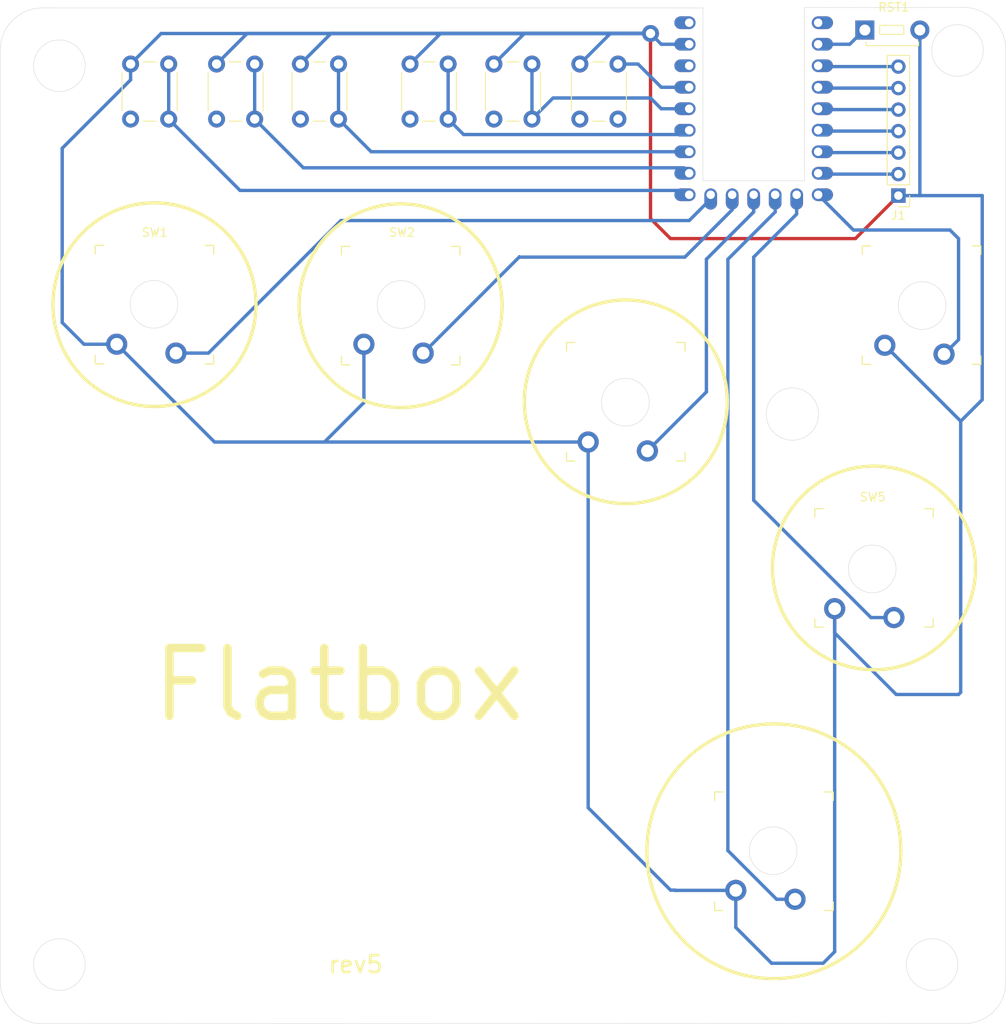
<source format=kicad_pcb>
(kicad_pcb (version 20240108) (generator "pcbnew") (generator_version "8.0")
  (layers (0 "F.Cu" signal "B.Cu") (31 "B.Cu" signal) (34 "B.Paste" user) (35 "F.Paste" user) (36 "B.SilkS" user "B.Silkscreen") (37 "F.SilkS" user "F.Silkscreen") (38 "B.Mask" user) (39 "F.Mask" user) (44 "Edge.Cuts" user))
  (net 0 "")
  (net 1 "GNDREF")
  (net 2 "Net-(SW1-A)")
  (net 3 "Net-(SW2-A)")
  (net 4 "Net-(SW3-A)")
  (net 5 "Net-(SW4-A)")
  (net 6 "Net-(SW5-A)")
  (net 7 "Net-(SW6-A)")
  (net 8 "Net-(SW13-B)")
  (net 9 "Net-(SW14-B)")
  (net 10 "Net-(SW15-B)")
  (net 11 "Net-(SW16-B)")
  (net 12 "Net-(SW17-B)")
  (net 13 "Net-(SW18-B)")
  (net 15 "Net-(RST1-A)")
  (net 18 "Net-(J1-Pin_3)")
  (net 19 "Net-(J1-Pin_4)")
  (net 20 "Net-(J1-Pin_7)")
  (net 21 "Net-(J1-Pin_6)")
  (net 22 "Net-(J1-Pin_5)")
  (net 23 "Net-(J1-Pin_2)")
  (footprint "Button_Switch_THT:SW_PUSH_1P1T_6x3.5mm_H4.3_APEM_MJTP1243" (layer "F.Cu") (at 142.17 32.612)
    (property "Reference" "RST1")
    (property "Value" "SW_SPST")
  )
  (footprint "fingerpunch:gateron-ks27" (layer "B.Cu") (at 131.318 129.54)
    (property "Reference" "SW4" (hide yes))
    (property "Value" "SW_SPST")
  )
  (footprint "Button_Switch_THT:SW_PUSH_6mm" (layer "B.Cu") (at 108.494 43.128 90)
    (property "Reference" "SW16" (hide yes))
    (property "Value" "SW_SPST")
  )
  (footprint "fingerpunch:gateron-ks27" (layer "B.Cu") (at 87.376 65.024)
    (property "Reference" "SW2")
    (property "Value" "SW_SPST")
  )
  (footprint "fingerpunch:gateron-ks27" (layer "B.Cu") (at 148.926 65.15)
    (property "Reference" "SW6" (hide yes))
    (property "Value" "SW_SPST")
  )
  (footprint "rp2040:rp2040-zero-tht" (layer "B.Cu") (at 129.032 41.91)
    (property "Reference" "U1" (hide yes))
    (property "Value" "rp2040-zero" (hide yes))
  )
  (footprint "Button_Switch_THT:SW_PUSH_6mm" (layer "B.Cu") (at 65.568 43.128 90)
    (property "Reference" "SW14" (hide yes))
    (property "Value" "SW_SPST")
  )
  (footprint "fingerpunch:gateron-ks27" (layer "B.Cu") (at 58.166 65.024)
    (property "Reference" "SW1")
    (property "Value" "SW_SPST")
  )
  (footprint "Connector_PinHeader_2.54mm:PinHeader_1x07_P2.54mm_Vertical" (layer "B.Cu") (at 146.13 52.17 180)
    (property "Reference" "J1")
    (property "Value" "Conn_01x07_Pin")
  )
  (footprint "Button_Switch_THT:SW_PUSH_6mm" (layer "B.Cu") (at 55.408 43.128 90)
    (property "Reference" "SW15" (hide yes))
    (property "Value" "SW_SPST")
  )
  (footprint "fingerpunch:gateron-ks27" (layer "B.Cu") (at 143.002 96.266)
    (property "Reference" "SW5")
    (property "Value" "SW_SPST")
  )
  (footprint "Button_Switch_THT:SW_PUSH_6mm" (layer "B.Cu") (at 98.334 43.128 90)
    (property "Reference" "SW17" (hide yes))
    (property "Value" "SW_SPST")
  )
  (footprint "Button_Switch_THT:SW_PUSH_6mm" (layer "B.Cu") (at 75.474 43.128 90)
    (property "Reference" "SW13" (hide yes))
    (property "Value" "SW_SPST")
  )
  (footprint "Button_Switch_THT:SW_PUSH_6mm" (layer "B.Cu") (at 88.428 43.128 90)
    (property "Reference" "SW18" (hide yes))
    (property "Value" "SW_SPST")
  )
  (footprint "fingerpunch:gateron-ks27" (layer "B.Cu") (at 113.874 76.58)
    (property "Reference" "SW3" (hide yes))
    (property "Value" "SW_SPST")
  )
  (gr_line (start 136.605 49.63) (end 146.13 49.63) (stroke (width 0.396875)) (layer "B.Cu") (net 23))
  (gr_line (start 136.605 47.09) (end 146.13 47.09) (stroke (width 0.396875)) (layer "B.Cu") (net 18))
  (gr_line (start 136.605 39.47) (end 146.13 39.47) (stroke (width 0.396875)) (layer "B.Cu") (net 21))
  (gr_line (start 136.605 42.01) (end 146.13 42.01) (stroke (width 0.396875)) (layer "B.Cu") (net 22))
  (gr_line (start 136.605 36.93) (end 146.13 36.93) (stroke (width 0.396875)) (layer "B.Cu") (net 20))
  (gr_line (start 136.605 44.55) (end 146.13 44.545) (stroke (width 0.396875)) (layer "B.Cu") (net 19))
  (gr_line (start 153.82628 90.4801) (end 154.00393 90.8264) (stroke (width 0.396875)) (layer "F.SilkS"))
  (gr_line (start 121.13428 140.57805) (end 120.78294 140.23557) (stroke (width 0.396875)) (layer "F.SilkS"))
  (gr_line (start 52.5773 75.66329) (end 52.22691 75.46816) (stroke (width 0.396875)) (layer "F.SilkS"))
  (gr_line (start 106.60195 86.05076) (end 106.2932 85.80409) (stroke (width 0.396875)) (layer "F.SilkS"))
  (gr_line (start 98.53437 69.42526) (end 98.39075 69.78798) (stroke (width 0.396875)) (layer "F.SilkS"))
  (gr_line (start 46.64474 61.91417) (end 46.7529 61.53749) (stroke (width 0.396875)) (layer "F.SilkS"))
  (gr_line (start 123.67963 69.52744) (end 123.90046 69.84802) (stroke (width 0.396875)) (layer "F.SilkS"))
  (gr_line (start 136.6717 143.71238) (end 136.20773 143.87773) (stroke (width 0.396875)) (layer "F.SilkS"))
  (gr_line (start 96.34793 57.25699) (end 96.59948 57.5554) (stroke (width 0.396875)) (layer "F.SilkS"))
  (gr_line (start 94.31794 74.93535) (end 93.99139 75.16259) (stroke (width 0.396875)) (layer "F.SilkS"))
  (gr_line (start 54.76797 53.53489) (end 55.14486 53.42789) (stroke (width 0.396875)) (layer "F.SilkS"))
  (gr_line (start 80.97399 75.3797) (end 80.63878 75.16259) (stroke (width 0.396875)) (layer "F.SilkS"))
  (gr_line (start 90.47619 108.66667) (end 91.2381 108.28571) (stroke (width 1)) (layer "F.SilkS"))
  (gr_line (start 152.02121 87.94941) (end 152.28269 88.23988) (stroke (width 0.396875)) (layer "F.SilkS"))
  (gr_line (start 125.24608 143.33444) (end 124.79631 143.12184) (stroke (width 0.396875)) (layer "F.SilkS"))
  (gr_line (start 97.50327 71.51813) (end 97.293 71.84555) (stroke (width 0.396875)) (layer "F.SilkS"))
  (gr_line (start 123.20693 84.13818) (end 122.95538 84.43658) (stroke (width 0.396875)) (layer "F.SilkS"))
  (gr_line (start 71.80952 110.57143) (end 73.71429 110.57143) (stroke (width 1)) (layer "F.SilkS"))
  (gr_line (start 136.25 90.15) (end 136.25 89.15) (stroke (width 0.15)) (layer "F.SilkS"))
  (gr_line (start 128.99571 144.46827) (end 128.51596 144.38166) (stroke (width 0.396875)) (layer "F.SilkS"))
  (gr_line (start 124.67662 81.85007) (end 124.49897 82.19637) (stroke (width 0.396875)) (layer "F.SilkS"))
  (gr_line (start 131.31468 94.95476) (end 131.36059 94.5603) (stroke (width 0.396875)) (layer "F.SilkS"))
  (gr_line (start 52.93243 75.84582) (end 52.5773 75.66329) (stroke (width 0.396875)) (layer "F.SilkS"))
  (gr_line (start 69.69565 61.53749) (end 69.80381 61.91417) (stroke (width 0.396875)) (layer "F.SilkS"))
  (gr_line (start 117.06604 125.22284) (end 117.21632 124.75711) (stroke (width 0.396875)) (layer "F.SilkS"))
  (gr_line (start 48.93988 72.66741) (end 48.69841 72.36134) (stroke (width 0.396875)) (layer "F.SilkS"))
  (gr_line (start 90.01509 53.45173) (end 90.3945 53.54614) (stroke (width 0.396875)) (layer "F.SilkS"))
  (gr_line (start 71.80952 113.61905) (end 71.04762 113.2381) (stroke (width 1)) (layer "F.SilkS"))
  (gr_line (start 102.24698 79.28038) (end 102.16324 78.89577) (stroke (width 0.396875)) (layer "F.SilkS"))
  (gr_line (start 147.45109 84.88781) (end 147.81852 85.03258) (stroke (width 0.396875)) (layer "F.SilkS"))
  (gr_line (start 103.53479 82.53665) (end 103.3461 82.19637) (stroke (width 0.396875)) (layer "F.SilkS"))
  (gr_line (start 62.05463 76.45007) (end 61.68058 76.56967) (stroke (width 0.396875)) (layer "F.SilkS"))
  (gr_line (start 68.61202 71.06589) (end 68.41247 71.39988) (stroke (width 0.396875)) (layer "F.SilkS"))
  (gr_line (start 46.23621 64.65045) (end 46.25612 64.2508) (stroke (width 0.396875)) (layer "F.SilkS"))
  (gr_line (start 132.87158 144.59426) (end 132.38709 144.63363) (stroke (width 0.396875)) (layer "F.SilkS"))
  (gr_line (start 140.57384 117.70096) (end 140.96006 118.00954) (stroke (width 0.396875)) (layer "F.SilkS"))
  (gr_line (start 75.96384 69.05762) (end 75.84371 68.68532) (stroke (width 0.396875)) (layer "F.SilkS"))
  (gr_line (start 80.42857 143.61905) (end 80.42857 142.85714) (stroke (width 0.3)) (layer "F.SilkS"))
  (gr_line (start 151.74996 104.6397) (end 151.4691 104.91347) (stroke (width 0.396875)) (layer "F.SilkS"))
  (gr_line (start 102.09196 74.53848) (end 102.16324 74.15031) (stroke (width 0.396875)) (layer "F.SilkS"))
  (gr_line (start 124.31028 82.53665) (end 124.11073 82.87064) (stroke (width 0.396875)) (layer "F.SilkS"))
  (gr_line (start 66.44353 73.81233) (end 66.15322 74.07734) (stroke (width 0.396875)) (layer "F.SilkS"))
  (gr_line (start 112.75908 88.49362) (end 112.37273 88.44956) (stroke (width 0.396875)) (layer "F.SilkS"))
  (gr_line (start 105.42242 85.00932) (end 105.15117 84.72706) (stroke (width 0.396875)) (layer "F.SilkS"))
  (gr_line (start 87.31508 77.19775) (end 86.92684 77.19146) (stroke (width 0.396875)) (layer "F.SilkS"))
  (gr_line (start 141.86 72.11) (end 141.86 71.11) (stroke (width 0.15)) (layer "F.SilkS"))
  (gr_line (start 123.48377 142.39083) (end 123.06443 142.11923) (stroke (width 0.396875)) (layer "F.SilkS"))
  (gr_line (start 62.66667 109.42857) (end 60 109.42857) (stroke (width 1)) (layer "F.SilkS"))
  (gr_line (start 137.25248 106.56931) (end 136.90875 106.3626) (stroke (width 0.396875)) (layer "F.SilkS"))
  (gr_line (start 60.15916 76.92215) (end 59.77408 76.9788) (stroke (width 0.396875)) (layer "F.SilkS"))
  (gr_line (start 64.225 72.05) (end 65.225 72.05) (stroke (width 0.15)) (layer "F.SilkS"))
  (gr_line (start 125.68183 74.15031) (end 125.75311 74.53848) (stroke (width 0.396875)) (layer "F.SilkS"))
  (gr_line (start 116.70587 126.6515) (end 116.81061 126.17037) (stroke (width 0.396875)) (layer "F.SilkS"))
  (gr_line (start 93.52381 109.04762) (end 93.90476 109.80952) (stroke (width 1)) (layer "F.SilkS"))
  (gr_line (start 83.48473 53.77274) (end 83.85878 53.65314) (stroke (width 0.396875)) (layer "F.SilkS"))
  (gr_line (start 123.91375 116.58992) (end 124.35207 116.34583) (stroke (width 0.396875)) (layer "F.SilkS"))
  (gr_line (start 103.73434 82.87064) (end 103.53479 82.53665) (stroke (width 0.396875)) (layer "F.SilkS"))
  (gr_line (start 112.37273 88.44956) (end 111.98765 88.39291) (stroke (width 0.396875)) (layer "F.SilkS"))
  (gr_line (start 78.66667 113.2381) (end 79.42857 113.61905) (stroke (width 1)) (layer "F.SilkS"))
  (gr_line (start 50.59495 55.77123) (end 50.90369 55.52456) (stroke (width 0.396875)) (layer "F.SilkS"))
  (gr_line (start 123.4484 69.21398) (end 123.67963 69.52744) (stroke (width 0.396875)) (layer "F.SilkS"))
  (gr_line (start 141.86 72.11) (end 142.86 72.11) (stroke (width 0.15)) (layer "F.SilkS"))
  (gr_line (start 111.98765 88.39291) (end 111.60414 88.32367) (stroke (width 0.396875)) (layer "F.SilkS"))
  (gr_line (start 110.09218 65.12525) (end 110.46623 65.00566) (stroke (width 0.396875)) (layer "F.SilkS"))
  (gr_line (start 133.35488 144.53914) (end 132.87158 144.59426) (stroke (width 0.396875)) (layer "F.SilkS"))
  (gr_line (start 152.28269 88.23988) (end 152.53424 88.53829) (stroke (width 0.396875)) (layer "F.SilkS"))
  (gr_line (start 155.1391 94.5603) (end 155.18501 94.95476) (stroke (width 0.396875)) (layer "F.SilkS"))
  (gr_line (start 109.35386 65.4022) (end 109.72129 65.25743) (stroke (width 0.396875)) (layer "F.SilkS"))
  (gr_line (start 132.03056 91.89869) (end 132.17418 91.53597) (stroke (width 0.396875)) (layer "F.SilkS"))
  (gr_line (start 122.14179 85.28309) (end 121.85148 85.54811) (stroke (width 0.396875)) (layer "F.SilkS"))
  (gr_line (start 99.28324 64.36905) (end 99.30315 64.7687) (stroke (width 0.396875)) (layer "F.SilkS"))
  (gr_line (start 55.52427 53.33348) (end 55.90588 53.25165) (stroke (width 0.396875)) (layer "F.SilkS"))
  (gr_line (start 118.85485 65.55956) (end 119.21439 65.7295) (stroke (width 0.396875)) (layer "F.SilkS"))
  (gr_line (start 122.65593 117.40437) (end 123.06443 117.1201) (stroke (width 0.396875)) (layer "F.SilkS"))
  (gr_line (start 117.96333 136.28351) (end 117.75509 135.84311) (stroke (width 0.396875)) (layer "F.SilkS"))
  (gr_line (start 81.32 58.17) (end 80.32 58.17) (stroke (width 0.15)) (layer "F.SilkS"))
  (gr_line (start 47.00499 69.30701) (end 46.87304 68.93937) (stroke (width 0.396875)) (layer "F.SilkS"))
  (gr_line (start 73.71429 113.61905) (end 71.80952 113.61905) (stroke (width 1)) (layer "F.SilkS"))
  (gr_line (start 151.74996 87.66715) (end 152.02121 87.94941) (stroke (width 0.396875)) (layer "F.SilkS"))
  (gr_line (start 48.03609 71.39988) (end 47.83653 71.06589) (stroke (width 0.396875)) (layer "F.SilkS"))
  (gr_line (start 75.73555 62.03242) (end 75.84371 61.65574) (stroke (width 0.396875)) (layer "F.SilkS"))
  (gr_line (start 93.31245 54.75465) (end 93.65617 54.96136) (stroke (width 0.396875)) (layer "F.SilkS"))
  (gr_line (start 132.8621 102.16704) (end 132.67342 101.82676) (stroke (width 0.396875)) (layer "F.SilkS"))
  (gr_line (start 67.75014 72.36134) (end 67.50867 72.66741) (stroke (width 0.396875)) (layer "F.SilkS"))
  (gr_line (start 124.9982 81.1405) (end 124.84308 81.49802) (stroke (width 0.396875)) (layer "F.SilkS"))
  (gr_line (start 146.41262 129.11699) (end 146.42097 129.61967) (stroke (width 0.396875)) (layer "F.SilkS"))
  (gr_line (start 94.63567 55.64281) (end 94.94441 55.88948) (stroke (width 0.396875)) (layer "F.SilkS"))
  (gr_line (start 127.56395 144.16119) (end 127.09249 144.02734) (stroke (width 0.396875)) (layer "F.SilkS"))
  (gr_line (start 139.79354 107.67081) (end 139.41949 107.55122) (stroke (width 0.396875)) (layer "F.SilkS"))
  (gr_line (start 140.96006 141.22979) (end 140.57384 141.53837) (stroke (width 0.396875)) (layer "F.SilkS"))
  (gr_line (start 130.93049 144.65725) (end 130.44521 144.63363) (stroke (width 0.396875)) (layer "F.SilkS"))
  (gr_line (start 116.81061 126.17037) (end 116.93074 125.69404) (stroke (width 0.396875)) (layer "F.SilkS"))
  (gr_line (start 119.21052 120.86852) (end 119.49977 120.4764) (stroke (width 0.396875)) (layer "F.SilkS"))
  (gr_line (start 117.75289 87.92084) (end 117.37884 88.04043) (stroke (width 0.396875)) (layer "F.SilkS"))
  (gr_line (start 146.21561 127.13707) (end 146.28902 127.62675) (stroke (width 0.396875)) (layer "F.SilkS"))
  (gr_line (start 142.86 58.11) (end 141.86 58.11) (stroke (width 0.15)) (layer "F.SilkS"))
  (gr_line (start 144.64674 136.71672) (end 144.4107 137.14239) (stroke (width 0.396875)) (layer "F.SilkS"))
  (gr_line (start 102.45116 80.03783) (end 102.343 79.66116) (stroke (width 0.396875)) (layer "F.SilkS"))
  (gr_line (start 60.92429 53.33348) (end 61.3037 53.42789) (stroke (width 0.396875)) (layer "F.SilkS"))
  (gr_line (start 96.84095 57.86147) (end 97.07218 58.17493) (stroke (width 0.396875)) (layer "F.SilkS"))
  (gr_line (start 47.14861 69.66973) (end 47.00499 69.30701) (stroke (width 0.396875)) (layer "F.SilkS"))
  (gr_line (start 81.09524 142.57143) (end 81.28571 142.66667) (stroke (width 0.3)) (layer "F.SilkS"))
  (gr_line (start 113.92254 88.55027) (end 113.5343 88.54397) (stroke (width 0.396875)) (layer "F.SilkS"))
  (gr_line (start 145.90157 125.69404) (end 146.02169 126.17037) (stroke (width 0.396875)) (layer "F.SilkS"))
  (gr_line (start 86.66667 109.80952) (end 86.66667 112.09524) (stroke (width 1)) (layer "F.SilkS"))
  (gr_line (start 135.26835 115.07814) (end 135.73982 115.21199) (stroke (width 0.396875)) (layer "F.SilkS"))
  (gr_line (start 86.15163 77.14111) (end 85.76528 77.09705) (stroke (width 0.396875)) (layer "F.SilkS"))
  (gr_line (start 79.09583 73.93058) (end 78.81497 73.6568) (stroke (width 0.396875)) (layer "F.SilkS"))
  (gr_line (start 60.54267 53.25165) (end 60.92429 53.33348) (stroke (width 0.396875)) (layer "F.SilkS"))
  (gr_line (start 101.95438 75.72156) (end 101.98737 75.32437) (stroke (width 0.396875)) (layer "F.SilkS"))
  (gr_line (start 51.54797 75.04434) (end 51.22142 74.8171) (stroke (width 0.396875)) (layer "F.SilkS"))
  (gr_line (start 140.54983 107.87223) (end 140.17043 107.77782) (stroke (width 0.396875)) (layer "F.SilkS"))
  (gr_line (start 99.30982 65.17053) (end 99.30982 65.17053) (stroke (width 0.396875)) (layer "F.SilkS"))
  (gr_line (start 92.24739 76.13402) (end 91.88375 76.29137) (stroke (width 0.396875)) (layer "F.SilkS"))
  (gr_line (start 154.32551 91.53597) (end 154.46913 91.89869) (stroke (width 0.396875)) (layer "F.SilkS"))
  (gr_line (start 98.06917 59.8435) (end 98.23563 60.19555) (stroke (width 0.396875)) (layer "F.SilkS"))
  (gr_line (start 131.90182 144.65725) (end 131.41615 144.66512) (stroke (width 0.396875)) (layer "F.SilkS"))
  (gr_line (start 78.28571 112.47619) (end 78.66667 113.2381) (stroke (width 1)) (layer "F.SilkS"))
  (gr_line (start 126.1606 115.52695) (end 126.62457 115.3616) (stroke (width 0.396875)) (layer "F.SilkS"))
  (gr_line (start 61.3037 76.67667) (end 60.92429 76.77108) (stroke (width 0.396875)) (layer "F.SilkS"))
  (gr_line (start 55.90588 76.85291) (end 55.52427 76.77108) (stroke (width 0.396875)) (layer "F.SilkS"))
  (gr_line (start 116.48586 131.11914) (end 116.44459 130.62228) (stroke (width 0.396875)) (layer "F.SilkS"))
  (gr_line (start 112.37273 64.59653) (end 112.75908 64.55247) (stroke (width 0.396875)) (layer "F.SilkS"))
  (gr_line (start 69.44356 60.79755) (end 69.57552 61.16519) (stroke (width 0.396875)) (layer "F.SilkS"))
  (gr_line (start 108.99022 65.55956) (end 109.35386 65.4022) (stroke (width 0.396875)) (layer "F.SilkS"))
  (gr_line (start 60.15916 53.18241) (end 60.54267 53.25165) (stroke (width 0.396875)) (layer "F.SilkS"))
  (gr_line (start 146.70615 107.67081) (end 146.32927 107.77782) (stroke (width 0.396875)) (layer "F.SilkS"))
  (gr_line (start 136.90875 85.94426) (end 137.25248 85.73755) (stroke (width 0.396875)) (layer "F.SilkS"))
  (gr_line (start 88.47854 53.19995) (end 88.86489 53.24401) (stroke (width 0.396875)) (layer "F.SilkS"))
  (gr_line (start 152.02121 104.35744) (end 151.74996 104.6397) (stroke (width 0.396875)) (layer "F.SilkS"))
  (gr_line (start 88.47854 77.14111) (end 88.09125 77.17258) (stroke (width 0.396875)) (layer "F.SilkS"))
  (gr_line (start 97.70283 59.15692) (end 97.89151 59.4972) (stroke (width 0.396875)) (layer "F.SilkS"))
  (gr_line (start 111.98765 64.65317) (end 112.37273 64.59653) (stroke (width 0.396875)) (layer "F.SilkS"))
  (gr_line (start 103.73434 70.17544) (end 103.94461 69.84802) (stroke (width 0.396875)) (layer "F.SilkS"))
  (gr_line (start 99.20434 66.76365) (end 99.14566 67.1551) (stroke (width 0.396875)) (layer "F.SilkS"))
  (gr_line (start 85.76528 53.24401) (end 86.15163 53.19995) (stroke (width 0.396875)) (layer "F.SilkS"))
  (gr_line (start 79.09583 56.41048) (end 79.38614 56.14547) (stroke (width 0.396875)) (layer "F.SilkS"))
  (gr_line (start 128.03857 114.96003) (end 128.51596 114.85767) (stroke (width 0.396875)) (layer "F.SilkS"))
  (gr_line (start 65.22713 74.8171) (end 64.90058 75.04434) (stroke (width 0.396875)) (layer "F.SilkS"))
  (gr_line (start 85.14286 113.61905) (end 83.61905 113.61905) (stroke (width 1)) (layer "F.SilkS"))
  (gr_line (start 154.46913 91.89869) (end 154.60108 92.26634) (stroke (width 0.396875)) (layer "F.SilkS"))
  (gr_line (start 125.68183 78.89577) (end 125.5981 79.28038) (stroke (width 0.396875)) (layer "F.SilkS"))
  (gr_line (start 116.41134 129.61967) (end 116.41968 129.11699) (stroke (width 0.396875)) (layer "F.SilkS"))
  (gr_line (start 80.63878 55.17847) (end 80.97399 54.96136) (stroke (width 0.396875)) (layer "F.SilkS"))
  (gr_line (start 46.23621 65.45411) (end 46.22954 65.05228) (stroke (width 0.396875)) (layer "F.SilkS"))
  (gr_line (start 153.43804 102.50103) (end 153.22777 102.82845) (stroke (width 0.396875)) (layer "F.SilkS"))
  (gr_line (start 80.63878 75.16259) (end 80.31223 74.93535) (stroke (width 0.396875)) (layer "F.SilkS"))
  (gr_line (start 109.72129 87.78866) (end 109.35386 87.64389) (stroke (width 0.396875)) (layer "F.SilkS"))
  (gr_line (start 81.28571 142.66667) (end 81.38095 142.85714) (stroke (width 0.3)) (layer "F.SilkS"))
  (gr_line (start 128.51596 114.85767) (end 128.99571 114.77106) (stroke (width 0.396875)) (layer "F.SilkS"))
  (gr_line (start 146.41262 130.12234) (end 146.38772 130.62228) (stroke (width 0.396875)) (layer "F.SilkS"))
  (gr_line (start 148.5417 85.35989) (end 148.89682 85.54242) (stroke (width 0.396875)) (layer "F.SilkS"))
  (gr_line (start 124.84308 71.54806) (end 124.9982 71.90559) (stroke (width 0.396875)) (layer "F.SilkS"))
  (gr_line (start 98.99064 62.41319) (end 99.07438 62.7978) (stroke (width 0.396875)) (layer "F.SilkS"))
  (gr_line (start 107.92517 86.93892) (end 107.58144 86.73221) (stroke (width 0.396875)) (layer "F.SilkS"))
  (gr_line (start 95.8152 73.6568) (end 95.53434 73.93058) (stroke (width 0.396875)) (layer "F.SilkS"))
  (gr_line (start 142.04937 119.00376) (end 142.38869 119.35685) (stroke (width 0.396875)) (layer "F.SilkS"))
  (gr_line (start 120.26363 66.31387) (end 120.59884 66.53098) (stroke (width 0.396875)) (layer "F.SilkS"))
  (gr_line (start 96.84095 72.47959) (end 96.59948 72.78566) (stroke (width 0.396875)) (layer "F.SilkS"))
  (gr_line (start 117.37884 88.04043) (end 117.00196 88.14743) (stroke (width 0.396875)) (layer "F.SilkS"))
  (gr_line (start 150.25 89.15) (end 149.25 89.15) (stroke (width 0.15)) (layer "F.SilkS"))
  (gr_line (start 85.90476 108.66667) (end 86.28571 109.04762) (stroke (width 1)) (layer "F.SilkS"))
  (gr_line (start 69.29995 60.43483) (end 69.44356 60.79755) (stroke (width 0.396875)) (layer "F.SilkS"))
  (gr_line (start 81.66811 54.55952) (end 82.02323 54.37699) (stroke (width 0.396875)) (layer "F.SilkS"))
  (gr_line (start 133.49275 103.14903) (end 133.27193 102.82845) (stroke (width 0.396875)) (layer "F.SilkS"))
  (gr_line (start 70.66667 111.71429) (end 71.04762 110.95238) (stroke (width 1)) (layer "F.SilkS"))
  (gr_line (start 123.06443 117.1201) (end 123.48377 116.8485) (stroke (width 0.396875)) (layer "F.SilkS"))
  (gr_line (start 103.53479 70.50943) (end 103.73434 70.17544) (stroke (width 0.396875)) (layer "F.SilkS"))
  (gr_line (start 68.41247 58.70468) (end 68.61202 59.03867) (stroke (width 0.396875)) (layer "F.SilkS"))
  (gr_line (start 133.96545 103.76856) (end 133.72398 103.46249) (stroke (width 0.396875)) (layer "F.SilkS"))
  (gr_line (start 88.86489 77.09705) (end 88.47854 77.14111) (stroke (width 0.396875)) (layer "F.SilkS"))
  (gr_line (start 57.06082 77.02286) (end 56.67448 76.9788) (stroke (width 0.396875)) (layer "F.SilkS"))
  (gr_line (start 47.83653 59.03867) (end 48.03609 58.70468) (stroke (width 0.396875)) (layer "F.SilkS"))
  (gr_line (start 127.09249 115.21199) (end 127.56395 115.07814) (stroke (width 0.396875)) (layer "F.SilkS"))
  (gr_line (start 146.32927 107.77782) (end 145.94986 107.87223) (stroke (width 0.396875)) (layer "F.SilkS"))
  (gr_line (start 51.22142 74.8171) (end 50.90369 74.58) (stroke (width 0.396875)) (layer "F.SilkS"))
  (gr_line (start 117.56105 135.39587) (end 117.38139 134.94212) (stroke (width 0.396875)) (layer "F.SilkS"))
  (gr_line (start 80.97399 54.96136) (end 81.31771 54.75465) (stroke (width 0.396875)) (layer "F.SilkS"))
  (gr_line (start 46.3937 67.03685) (end 46.33502 66.6454) (stroke (width 0.396875)) (layer "F.SilkS"))
  (gr_line (start 125.91727 76.52304) (end 125.9106 76.92488) (stroke (width 0.396875)) (layer "F.SilkS"))
  (gr_line (start 137.958 85.35989) (end 138.31754 85.18994) (stroke (width 0.396875)) (layer "F.SilkS"))
  (gr_line (start 155.08042 94.16886) (end 155.1391 94.5603) (stroke (width 0.396875)) (layer "F.SilkS"))
  (gr_line (start 142.86161 84.1325) (end 143.24985 84.1262) (stroke (width 0.396875)) (layer "F.SilkS"))
  (gr_line (start 94.31794 55.40571) (end 94.63567 55.64281) (stroke (width 0.396875)) (layer "F.SilkS"))
  (gr_line (start 146.42097 129.61967) (end 146.41262 130.12234) (stroke (width 0.396875)) (layer "F.SilkS"))
  (gr_line (start 63.87125 75.66329) (end 63.51613 75.84582) (stroke (width 0.396875)) (layer "F.SilkS"))
  (gr_line (start 124.79631 143.12184) (end 124.35207 142.8935) (stroke (width 0.396875)) (layer "F.SilkS"))
  (gr_line (start 131.77847 99.66822) (end 131.67031 99.29154) (stroke (width 0.396875)) (layer "F.SilkS"))
  (gr_line (start 111.60414 88.32367) (end 111.22252 88.24185) (stroke (width 0.396875)) (layer "F.SilkS"))
  (gr_line (start 152.77571 103.46249) (end 152.53424 103.76856) (stroke (width 0.396875)) (layer "F.SilkS"))
  (gr_line (start 149.59094 106.3626) (end 149.24722 106.56931) (stroke (width 0.396875)) (layer "F.SilkS"))
  (gr_line (start 93.52381 112.85714) (end 93.14286 113.2381) (stroke (width 1)) (layer "F.SilkS"))
  (gr_line (start 102.16324 78.89577) (end 102.09196 78.50761) (stroke (width 0.396875)) (layer "F.SilkS"))
  (gr_line (start 106.91968 86.28786) (end 106.60195 86.05076) (stroke (width 0.396875)) (layer "F.SilkS"))
  (gr_line (start 149.59094 85.94426) (end 149.92615 86.16137) (stroke (width 0.396875)) (layer "F.SilkS"))
  (gr_line (start 79.38614 74.19559) (end 79.09583 73.93058) (stroke (width 0.396875)) (layer "F.SilkS"))
  (gr_line (start 75.42583 66.76365) (end 75.37992 66.3692) (stroke (width 0.396875)) (layer "F.SilkS"))
  (gr_line (start 138.68118 85.03258) (end 139.0486 84.88781) (stroke (width 0.396875)) (layer "F.SilkS"))
  (gr_line (start 119.9199 66.10716) (end 120.26363 66.31387) (stroke (width 0.396875)) (layer "F.SilkS"))
  (gr_line (start 125.24608 115.90489) (end 125.70097 115.70805) (stroke (width 0.396875)) (layer "F.SilkS"))
  (gr_line (start 47.14861 60.43483) (end 47.30373 60.0773) (stroke (width 0.396875)) (layer "F.SilkS"))
  (gr_line (start 144.4133 84.18285) (end 144.79965 84.22691) (stroke (width 0.396875)) (layer "F.SilkS"))
  (gr_line (start 125.8577 75.32437) (end 125.89069 75.72156) (stroke (width 0.396875)) (layer "F.SilkS"))
  (gr_line (start 78.03069 57.5554) (end 78.28224 57.25699) (stroke (width 0.396875)) (layer "F.SilkS"))
  (gr_line (start 57.06082 53.0817) (end 57.44811 53.05023) (stroke (width 0.396875)) (layer "F.SilkS"))
  (gr_line (start 89.24997 77.0404) (end 88.86489 77.09705) (stroke (width 0.396875)) (layer "F.SilkS"))
  (gr_line (start 121.24312 86.05076) (end 120.92539 86.28786) (stroke (width 0.396875)) (layer "F.SilkS"))
  (gr_line (start 117.75509 135.84311) (end 117.56105 135.39587) (stroke (width 0.396875)) (layer "F.SilkS"))
  (gr_line (start 46.22954 65.05228) (end 46.23621 64.65045) (stroke (width 0.396875)) (layer "F.SilkS"))
  (gr_line (start 65.225 71.05) (end 65.225 72.05) (stroke (width 0.15)) (layer "F.SilkS"))
  (gr_line (start 82.85714 108.66667) (end 83.61905 108.28571) (stroke (width 1)) (layer "F.SilkS"))
  (gr_line (start 60 113.61905) (end 60 105.61905) (stroke (width 1)) (layer "F.SilkS"))
  (gr_line (start 131.57429 98.91076) (end 131.49055 98.52616) (stroke (width 0.396875)) (layer "F.SilkS"))
  (gr_line (start 46.87304 61.16519) (end 47.00499 60.79755) (stroke (width 0.396875)) (layer "F.SilkS"))
  (gr_line (start 118.4216 137.14239) (end 118.18557 136.71672) (stroke (width 0.396875)) (layer "F.SilkS"))
  (gr_line (start 154.82938 99.29154) (end 154.72122 99.66822) (stroke (width 0.396875)) (layer "F.SilkS"))
  (gr_line (start 48.03609 58.70468) (end 48.24636 58.37726) (stroke (width 0.396875)) (layer "F.SilkS"))
  (gr_line (start 106.91968 66.75822) (end 107.24623 66.53098) (stroke (width 0.396875)) (layer "F.SilkS"))
  (gr_line (start 125.75311 74.53848) (end 125.81179 74.92992) (stroke (width 0.396875)) (layer "F.SilkS"))
  (gr_line (start 128.03857 144.2793) (end 127.56395 144.16119) (stroke (width 0.396875)) (layer "F.SilkS"))
  (gr_line (start 63.87125 54.44127) (end 64.22165 54.6364) (stroke (width 0.396875)) (layer "F.SilkS"))
  (gr_line (start 85.90476 113.2381) (end 85.14286 113.61905) (stroke (width 1)) (layer "F.SilkS"))
  (gr_line (start 148.5417 106.94697) (end 148.18216 107.11691) (stroke (width 0.396875)) (layer "F.SilkS"))
  (gr_line (start 122.6939 84.72706) (end 122.42265 85.00932) (stroke (width 0.396875)) (layer "F.SilkS"))
  (gr_line (start 131.26178 95.75159) (end 131.28169 95.35194) (stroke (width 0.396875)) (layer "F.SilkS"))
  (gr_line (start 61.68058 53.53489) (end 62.05463 53.65449) (stroke (width 0.396875)) (layer "F.SilkS"))
  (gr_line (start 82.02323 54.37699) (end 82.38277 54.20704) (stroke (width 0.396875)) (layer "F.SilkS"))
  (gr_line (start 143.89803 121.26955) (end 144.16107 121.67913) (stroke (width 0.396875)) (layer "F.SilkS"))
  (gr_line (start 73.71429 110.57143) (end 74.47619 110.19048) (stroke (width 1)) (layer "F.SilkS"))
  (gr_line (start 83.85878 53.65314) (end 84.23566 53.54614) (stroke (width 0.396875)) (layer "F.SilkS"))
  (gr_line (start 69.89984 62.29494) (end 69.98357 62.67955) (stroke (width 0.396875)) (layer "F.SilkS"))
  (gr_line (start 69.98357 67.42501) (end 69.89984 67.80962) (stroke (width 0.396875)) (layer "F.SilkS"))
  (gr_line (start 92.60693 54.37699) (end 92.96206 54.55952) (stroke (width 0.396875)) (layer "F.SilkS"))
  (gr_line (start 83.7619 143.80952) (end 83.66667 143.71429) (stroke (width 0.3)) (layer "F.SilkS"))
  (gr_line (start 82.38277 76.13402) (end 82.02323 75.96407) (stroke (width 0.396875)) (layer "F.SilkS"))
  (gr_line (start 104.63814 84.13818) (end 104.39667 83.8321) (stroke (width 0.396875)) (layer "F.SilkS"))
  (gr_line (start 79.66667 142.57143) (end 79.85714 142.57143) (stroke (width 0.3)) (layer "F.SilkS"))
  (gr_line (start 50.29534 56.02722) (end 50.59495 55.77123) (stroke (width 0.396875)) (layer "F.SilkS"))
  (gr_line (start 73.33333 108.28571) (end 71.80952 108.28571) (stroke (width 1)) (layer "F.SilkS"))
  (gr_line (start 134.74973 87.66715) (end 135.03059 87.39338) (stroke (width 0.396875)) (layer "F.SilkS"))
  (gr_line (start 119.56951 87.13405) (end 119.21439 87.31658) (stroke (width 0.396875)) (layer "F.SilkS"))
  (gr_line (start 132.38709 114.6057) (end 132.87158 114.64507) (stroke (width 0.396875)) (layer "F.SilkS"))
  (gr_line (start 46.3937 63.06771) (end 46.46498 62.67955) (stroke (width 0.396875)) (layer "F.SilkS"))
  (gr_line (start 154.46913 100.40816) (end 154.32551 100.77088) (stroke (width 0.396875)) (layer "F.SilkS"))
  (gr_line (start 46.7529 61.53749) (end 46.87304 61.16519) (stroke (width 0.396875)) (layer "F.SilkS"))
  (gr_line (start 70.19243 65.85376) (end 70.15944 66.25095) (stroke (width 0.396875)) (layer "F.SilkS"))
  (gr_line (start 84.61905 142.7619) (end 84.71429 142.85714) (stroke (width 0.3)) (layer "F.SilkS"))
  (gr_line (start 84.42857 142.66667) (end 84.61905 142.7619) (stroke (width 0.3)) (layer "F.SilkS"))
  (gr_line (start 50.90369 55.52456) (end 51.22142 55.28746) (stroke (width 0.396875)) (layer "F.SilkS"))
  (gr_line (start 105.42242 68.03677) (end 105.70328 67.76299) (stroke (width 0.396875)) (layer "F.SilkS"))
  (gr_line (start 134.47848 87.94941) (end 134.74973 87.66715) (stroke (width 0.396875)) (layer "F.SilkS"))
  (gr_line (start 125.70097 115.70805) (end 126.1606 115.52695) (stroke (width 0.396875)) (layer "F.SilkS"))
  (gr_line (start 93.14286 113.2381) (end 92.38095 113.61905) (stroke (width 1)) (layer "F.SilkS"))
  (gr_line (start 52.93243 54.25874) (end 53.29197 54.08879) (stroke (width 0.396875)) (layer "F.SilkS"))
  (gr_line (start 118.93427 137.96978) (end 118.67124 137.5602) (stroke (width 0.396875)) (layer "F.SilkS"))
  (gr_line (start 97.89151 59.4972) (end 98.06917 59.8435) (stroke (width 0.396875)) (layer "F.SilkS"))
  (gr_line (start 91.14544 76.56832) (end 90.77139 76.68792) (stroke (width 0.396875)) (layer "F.SilkS"))
  (gr_line (start 145.90157 133.54529) (end 145.76627 134.01649) (stroke (width 0.396875)) (layer "F.SilkS"))
  (gr_line (start 64.90058 75.04434) (end 64.56537 75.26145) (stroke (width 0.396875)) (layer "F.SilkS"))
  (gr_line (start 145.07721 123.39622) (end 145.27126 123.84346) (stroke (width 0.396875)) (layer "F.SilkS"))
  (gr_line (start 66.15322 56.02722) (end 66.44353 56.29223) (stroke (width 0.396875)) (layer "F.SilkS"))
  (gr_line (start 91.51633 53.90492) (end 91.88375 54.04969) (stroke (width 0.396875)) (layer "F.SilkS"))
  (gr_line (start 68.2022 58.37726) (end 68.41247 58.70468) (stroke (width 0.396875)) (layer "F.SilkS"))
  (gr_line (start 114.6987 64.52099) (end 115.08599 64.55247) (stroke (width 0.396875)) (layer "F.SilkS"))
  (gr_line (start 116.81061 133.06896) (end 116.70587 132.58783) (stroke (width 0.396875)) (layer "F.SilkS"))
  (gr_line (start 98.99064 67.92787) (end 98.89462 68.30865) (stroke (width 0.396875)) (layer "F.SilkS"))
  (gr_line (start 80.71429 142.57143) (end 81.09524 142.57143) (stroke (width 0.3)) (layer "F.SilkS"))
  (gr_line (start 116.62255 64.80424) (end 117.00196 64.89865) (stroke (width 0.396875)) (layer "F.SilkS"))
  (gr_line (start 78.81497 73.6568) (end 78.54372 73.37454) (stroke (width 0.396875)) (layer "F.SilkS"))
  (gr_line (start 97.293 58.49551) (end 97.50327 58.82293) (stroke (width 0.396875)) (layer "F.SilkS"))
  (gr_line (start 141.69803 118.66128) (end 142.04937 119.00376) (stroke (width 0.396875)) (layer "F.SilkS"))
  (gr_line (start 65.225 58.05) (end 64.225 58.05) (stroke (width 0.15)) (layer "F.SilkS"))
  (gr_line (start 143.62179 120.86852) (end 143.89803 121.26955) (stroke (width 0.396875)) (layer "F.SilkS"))
  (gr_line (start 152.53424 103.76856) (end 152.28269 104.06697) (stroke (width 0.396875)) (layer "F.SilkS"))
  (gr_line (start 48.69841 72.36134) (end 48.46718 72.04788) (stroke (width 0.396875)) (layer "F.SilkS"))
  (gr_line (start 57.83604 53.03135) (end 58.22428 53.02506) (stroke (width 0.396875)) (layer "F.SilkS"))
  (gr_line (start 123.91375 142.64941) (end 123.48377 142.39083) (stroke (width 0.396875)) (layer "F.SilkS"))
  (gr_line (start 102.45116 73.00825) (end 102.5713 72.63595) (stroke (width 0.396875)) (layer "F.SilkS"))
  (gr_line (start 131.41927 98.13799) (end 131.36059 97.74655) (stroke (width 0.396875)) (layer "F.SilkS"))
  (gr_line (start 46.33502 63.45916) (end 46.3937 63.06771) (stroke (width 0.396875)) (layer "F.SilkS"))
  (gr_line (start 145.76627 134.01649) (end 145.61598 134.48222) (stroke (width 0.396875)) (layer "F.SilkS"))
  (gr_line (start 87.31508 53.14331) (end 87.70332 53.1496) (stroke (width 0.396875)) (layer "F.SilkS"))
  (gr_line (start 51.225 59.05) (end 51.225 58.05) (stroke (width 0.15)) (layer "F.SilkS"))
  (gr_line (start 133.27193 102.82845) (end 133.06165 102.50103) (stroke (width 0.396875)) (layer "F.SilkS"))
  (gr_line (start 103.3461 82.19637) (end 103.16845 81.85007) (stroke (width 0.396875)) (layer "F.SilkS"))
  (gr_line (start 131.25511 96.15343) (end 131.26178 95.75159) (stroke (width 0.396875)) (layer "F.SilkS"))
  (gr_line (start 64.56537 75.26145) (end 64.22165 75.46816) (stroke (width 0.396875)) (layer "F.SilkS"))
  (gr_line (start 65.22713 55.28746) (end 65.54486 55.52456) (stroke (width 0.396875)) (layer "F.SilkS"))
  (gr_line (start 104.39667 83.8321) (end 104.16544 83.51864) (stroke (width 0.396875)) (layer "F.SilkS"))
  (gr_line (start 101.98737 75.32437) (end 102.03328 74.92992) (stroke (width 0.396875)) (layer "F.SilkS"))
  (gr_line (start 99.14566 67.1551) (end 99.07438 67.54326) (stroke (width 0.396875)) (layer "F.SilkS"))
  (gr_line (start 119.21052 138.37081) (end 118.93427 137.96978) (stroke (width 0.396875)) (layer "F.SilkS"))
  (gr_line (start 114.6987 88.52509) (end 114.31077 88.54397) (stroke (width 0.396875)) (layer "F.SilkS"))
  (gr_line (start 79.38095 142.7619) (end 79.47619 142.66667) (stroke (width 0.3)) (layer "F.SilkS"))
  (gr_line (start 53.65561 76.17312) (end 53.29197 76.01577) (stroke (width 0.396875)) (layer "F.SilkS"))
  (gr_line (start 143.63808 84.1325) (end 144.02601 84.15138) (stroke (width 0.396875)) (layer "F.SilkS"))
  (gr_line (start 136.24699 105.91824) (end 135.92926 105.68115) (stroke (width 0.396875)) (layer "F.SilkS"))
  (gr_line (start 132.17418 100.77088) (end 132.03056 100.40816) (stroke (width 0.396875)) (layer "F.SilkS"))
  (gr_line (start 46.87304 68.93937) (end 46.7529 68.56707) (stroke (width 0.396875)) (layer "F.SilkS"))
  (gr_line (start 152.28269 104.06697) (end 152.02121 104.35744) (stroke (width 0.396875)) (layer "F.SilkS"))
  (gr_line (start 47.64785 70.72561) (end 47.47019 70.37931) (stroke (width 0.396875)) (layer "F.SilkS"))
  (gr_line (start 116.54329 127.62675) (end 116.61669 127.13707) (stroke (width 0.396875)) (layer "F.SilkS"))
  (gr_line (start 151.17879 87.12836) (end 151.4691 87.39338) (stroke (width 0.396875)) (layer "F.SilkS"))
  (gr_line (start 117.75289 65.12525) (end 118.12378 65.25743) (stroke (width 0.396875)) (layer "F.SilkS"))
  (gr_line (start 75.84371 68.68532) (end 75.73555 68.30865) (stroke (width 0.396875)) (layer "F.SilkS"))
  (gr_line (start 94.94441 74.45158) (end 94.63567 74.69825) (stroke (width 0.396875)) (layer "F.SilkS"))
  (gr_line (start 151.17879 105.17849) (end 150.87918 105.43447) (stroke (width 0.396875)) (layer "F.SilkS"))
  (gr_line (start 70.19243 64.2508) (end 70.21234 64.65045) (stroke (width 0.396875)) (layer "F.SilkS"))
  (gr_line (start 128.99571 114.77106) (end 129.47743 114.70019) (stroke (width 0.396875)) (layer "F.SilkS"))
  (gr_line (start 96.08645 73.37454) (end 95.8152 73.6568) (stroke (width 0.396875)) (layer "F.SilkS"))
  (gr_line (start 131.28169 95.35194) (end 131.31468 94.95476) (stroke (width 0.396875)) (layer "F.SilkS"))
  (gr_line (start 133.49275 89.15783) (end 133.72398 88.84437) (stroke (width 0.396875)) (layer "F.SilkS"))
  (gr_line (start 48.24636 71.7273) (end 48.03609 71.39988) (stroke (width 0.396875)) (layer "F.SilkS"))
  (gr_line (start 146.38772 130.62228) (end 146.34645 131.11914) (stroke (width 0.396875)) (layer "F.SilkS"))
  (gr_line (start 142.47368 108.15547) (end 142.08639 108.124) (stroke (width 0.396875)) (layer "F.SilkS"))
  (gr_line (start 92.38095 113.61905) (end 91.2381 113.61905) (stroke (width 1)) (layer "F.SilkS"))
  (gr_line (start 117.96333 122.95582) (end 118.18557 122.52261) (stroke (width 0.396875)) (layer "F.SilkS"))
  (gr_line (start 117.38139 134.94212) (end 117.21632 134.48222) (stroke (width 0.396875)) (layer "F.SilkS"))
  (gr_line (start 145.61598 124.75711) (end 145.76627 125.22284) (stroke (width 0.396875)) (layer "F.SilkS"))
  (gr_line (start 75.73555 68.30865) (end 75.63952 67.92787) (stroke (width 0.396875)) (layer "F.SilkS"))
  (gr_line (start 115.47234 64.59653) (end 115.85742 64.65317) (stroke (width 0.396875)) (layer "F.SilkS"))
  (gr_line (start 155.18501 97.35209) (end 155.1391 97.74655) (stroke (width 0.396875)) (layer "F.SilkS"))
  (gr_line (start 61.68058 76.56967) (end 61.3037 76.67667) (stroke (width 0.396875)) (layer "F.SilkS"))
  (gr_line (start 70.05486 63.06771) (end 70.11353 63.45916) (stroke (width 0.396875)) (layer "F.SilkS"))
  (gr_line (start 96.59948 57.5554) (end 96.84095 57.86147) (stroke (width 0.396875)) (layer "F.SilkS"))
  (gr_line (start 144.02601 84.15138) (end 144.4133 84.18285) (stroke (width 0.396875)) (layer "F.SilkS"))
  (gr_line (start 141.33486 140.90957) (end 140.96006 141.22979) (stroke (width 0.396875)) (layer "F.SilkS"))
  (gr_line (start 55.14486 53.42789) (end 55.52427 53.33348) (stroke (width 0.396875)) (layer "F.SilkS"))
  (gr_line (start 131.49055 98.52616) (end 131.41927 98.13799) (stroke (width 0.396875)) (layer "F.SilkS"))
  (gr_line (start 124.35207 142.8935) (end 123.91375 142.64941) (stroke (width 0.396875)) (layer "F.SilkS"))
  (gr_line (start 125.39391 80.03783) (end 125.27377 80.41013) (stroke (width 0.396875)) (layer "F.SilkS"))
  (gr_line (start 80.31223 55.40571) (end 80.63878 55.17847) (stroke (width 0.396875)) (layer "F.SilkS"))
  (gr_line (start 64.90058 55.06022) (end 65.22713 55.28746) (stroke (width 0.396875)) (layer "F.SilkS"))
  (gr_line (start 101.95438 77.32452) (end 101.93447 76.92488) (stroke (width 0.396875)) (layer "F.SilkS"))
  (gr_line (start 80.32 59.17) (end 80.32 58.17) (stroke (width 0.15)) (layer "F.SilkS"))
  (gr_line (start 52.22691 75.46816) (end 51.88319 75.26145) (stroke (width 0.396875)) (layer "F.SilkS"))
  (gr_line (start 143.24985 84.1262) (end 143.63808 84.1325) (stroke (width 0.396875)) (layer "F.SilkS"))
  (gr_line (start 118.93427 121.26955) (end 119.21052 120.86852) (stroke (width 0.396875)) (layer "F.SilkS"))
  (gr_line (start 108.63068 87.31658) (end 108.27556 87.13405) (stroke (width 0.396875)) (layer "F.SilkS"))
  (gr_line (start 110.09218 87.92084) (end 109.72129 87.78866) (stroke (width 0.396875)) (layer "F.SilkS"))
  (gr_line (start 95.53434 73.93058) (end 95.24402 74.19559) (stroke (width 0.396875)) (layer "F.SilkS"))
  (gr_line (start 83.61905 113.61905) (end 82.85714 113.2381) (stroke (width 1)) (layer "F.SilkS"))
  (gr_line (start 139.41949 84.75563) (end 139.79354 84.63604) (stroke (width 0.396875)) (layer "F.SilkS"))
  (gr_line (start 113.5343 88.54397) (end 113.14637 88.52509) (stroke (width 0.396875)) (layer "F.SilkS"))
  (gr_line (start 70.21902 65.05228) (end 70.21902 65.05228) (stroke (width 0.396875)) (layer "F.SilkS"))
  (gr_line (start 116.61669 132.10226) (end 116.54329 131.61258) (stroke (width 0.396875)) (layer "F.SilkS"))
  (gr_line (start 75.34693 65.97201) (end 75.32702 65.57236) (stroke (width 0.396875)) (layer "F.SilkS"))
  (gr_line (start 121.49745 140.90957) (end 121.13428 140.57805) (stroke (width 0.396875)) (layer "F.SilkS"))
  (gr_line (start 150.57043 86.6257) (end 150.87918 86.87238) (stroke (width 0.396875)) (layer "F.SilkS"))
  (gr_line (start 77.33716 71.84555) (end 77.12689 71.51813) (stroke (width 0.396875)) (layer "F.SilkS"))
  (gr_line (start 81.66811 75.78154) (end 81.31771 75.58641) (stroke (width 0.396875)) (layer "F.SilkS"))
  (gr_line (start 120.92 69.52) (end 120.92 70.52) (stroke (width 0.15)) (layer "F.SilkS"))
  (gr_line (start 47.30373 70.02726) (end 47.14861 69.66973) (stroke (width 0.396875)) (layer "F.SilkS"))
  (gr_line (start 145.18473 108.02329) (end 144.79965 108.07994) (stroke (width 0.396875)) (layer "F.SilkS"))
  (gr_line (start 60.54267 76.85291) (end 60.15916 76.92215) (stroke (width 0.396875)) (layer "F.SilkS"))
  (gr_line (start 114.31077 88.54397) (end 113.92254 88.55027) (stroke (width 0.396875)) (layer "F.SilkS"))
  (gr_line (start 76.561 59.8435) (end 76.73865 59.4972) (stroke (width 0.396875)) (layer "F.SilkS"))
  (gr_line (start 145.45091 124.29721) (end 145.61598 124.75711) (stroke (width 0.396875)) (layer "F.SilkS"))
  (gr_line (start 132.87158 114.64507) (end 133.35488 114.70019) (stroke (width 0.396875)) (layer "F.SilkS"))
  (gr_line (start 120.92539 86.28786) (end 120.59884 86.5151) (stroke (width 0.396875)) (layer "F.SilkS"))
  (gr_line (start 147.0802 107.55122) (end 146.70615 107.67081) (stroke (width 0.396875)) (layer "F.SilkS"))
  (gr_line (start 106.92 83.52) (end 107.92 83.52) (stroke (width 0.15)) (layer "F.SilkS"))
  (gr_line (start 83.61905 108.28571) (end 85.14286 108.28571) (stroke (width 1)) (layer "F.SilkS"))
  (gr_line (start 98.89462 62.03242) (end 98.99064 62.41319) (stroke (width 0.396875)) (layer "F.SilkS"))
  (gr_line (start 86.66667 112.09524) (end 86.28571 112.85714) (stroke (width 1)) (layer "F.SilkS"))
  (gr_line (start 54.39392 76.45007) (end 54.02303 76.31789) (stroke (width 0.396875)) (layer "F.SilkS"))
  (gr_line (start 108.27556 87.13405) (end 107.92517 86.93892) (stroke (width 0.396875)) (layer "F.SilkS"))
  (gr_line (start 148.89682 106.76443) (end 148.5417 106.94697) (stroke (width 0.396875)) (layer "F.SilkS"))
  (gr_line (start 91.14544 53.77274) (end 91.51633 53.90492) (stroke (width 0.396875)) (layer "F.SilkS"))
  (gr_line (start 139.76788 117.1201) (end 140.17638 117.40437) (stroke (width 0.396875)) (layer "F.SilkS"))
  (gr_line (start 50.29534 74.07734) (end 50.00502 73.81233) (stroke (width 0.396875)) (layer "F.SilkS"))
  (gr_line (start 121.85148 67.49798) (end 122.14179 67.76299) (stroke (width 0.396875)) (layer "F.SilkS"))
  (gr_line (start 68.97836 59.72525) (end 69.14483 60.0773) (stroke (width 0.396875)) (layer "F.SilkS"))
  (gr_line (start 140.57384 141.53837) (end 140.17638 141.83496) (stroke (width 0.396875)) (layer "F.SilkS"))
  (gr_line (start 66.99564 56.84827) (end 67.25712 57.13874) (stroke (width 0.396875)) (layer "F.SilkS"))
  (gr_line (start 155.1391 97.74655) (end 155.08042 98.13799) (stroke (width 0.396875)) (layer "F.SilkS"))
  (gr_line (start 81.31771 75.58641) (end 80.97399 75.3797) (stroke (width 0.396875)) (layer "F.SilkS"))
  (gr_line (start 75.42583 63.57741) (end 75.4845 63.18596) (stroke (width 0.396875)) (layer "F.SilkS"))
  (gr_line (start 123.90046 83.19806) (end 123.67963 83.51864) (stroke (width 0.396875)) (layer "F.SilkS"))
  (gr_line (start 135.62051 86.87238) (end 135.92926 86.6257) (stroke (width 0.396875)) (layer "F.SilkS"))
  (gr_line (start 154.60108 100.04051) (end 154.46913 100.40816) (stroke (width 0.396875)) (layer "F.SilkS"))
  (gr_line (start 129.96073 114.64507) (end 130.44521 114.6057) (stroke (width 0.396875)) (layer "F.SilkS"))
  (gr_line (start 98.23563 60.19555) (end 98.39075 60.55308) (stroke (width 0.396875)) (layer "F.SilkS"))
  (gr_line (start 51.88319 54.84311) (end 52.22691 54.6364) (stroke (width 0.396875)) (layer "F.SilkS"))
  (gr_line (start 46.54872 62.29494) (end 46.64474 61.91417) (stroke (width 0.396875)) (layer "F.SilkS"))
  (gr_line (start 116.48586 128.12019) (end 116.54329 127.62675) (stroke (width 0.396875)) (layer "F.SilkS"))
  (gr_line (start 132.49576 90.8264) (end 132.67342 90.4801) (stroke (width 0.396875)) (layer "F.SilkS"))
  (gr_line (start 83.7619 142.7619) (end 83.95238 142.66667) (stroke (width 0.3)) (layer "F.SilkS"))
  (gr_line (start 149.24722 85.73755) (end 149.59094 85.94426) (stroke (width 0.396875)) (layer "F.SilkS"))
  (gr_line (start 131.89861 92.26634) (end 132.03056 91.89869) (stroke (width 0.396875)) (layer "F.SilkS"))
  (gr_line (start 46.46498 67.42501) (end 46.3937 67.03685) (stroke (width 0.396875)) (layer "F.SilkS"))
  (gr_line (start 90.3945 76.79492) (end 90.01509 76.88933) (stroke (width 0.396875)) (layer "F.SilkS"))
  (gr_line (start 111.22252 88.24185) (end 110.84311 88.14743) (stroke (width 0.396875)) (layer "F.SilkS"))
  (gr_line (start 120.78294 140.23557) (end 120.44362 139.88248) (stroke (width 0.396875)) (layer "F.SilkS"))
  (gr_line (start 97.07218 58.17493) (end 97.293 58.49551) (stroke (width 0.396875)) (layer "F.SilkS"))
  (gr_line (start 137.25248 85.73755) (end 137.60287 85.54242) (stroke (width 0.396875)) (layer "F.SilkS"))
  (gr_line (start 93.65617 75.3797) (end 93.31245 75.58641) (stroke (width 0.396875)) (layer "F.SilkS"))
  (gr_line (start 137.13133 115.70805) (end 137.58623 115.90489) (stroke (width 0.396875)) (layer "F.SilkS"))
  (gr_line (start 80.32 72.17) (end 80.32 71.17) (stroke (width 0.15)) (layer "F.SilkS"))
  (gr_line (start 105.70328 67.76299) (end 105.99359 67.49798) (stroke (width 0.396875)) (layer "F.SilkS"))
  (gr_line (start 136.6717 115.52695) (end 137.13133 115.70805) (stroke (width 0.396875)) (layer "F.SilkS"))
  (gr_line (start 70.21902 65.05228) (end 70.21234 65.45411) (stroke (width 0.396875)) (layer "F.SilkS"))
  (gr_line (start 153.22777 89.47841) (end 153.43804 89.80583) (stroke (width 0.396875)) (layer "F.SilkS"))
  (gr_line (start 125.89069 77.32452) (end 125.8577 77.72171) (stroke (width 0.396875)) (layer "F.SilkS"))
  (gr_line (start 155.86 58.11) (end 155.86 59.11) (stroke (width 0.15)) (layer "F.SilkS"))
  (gr_line (start 153.22777 102.82845) (end 153.00694 103.14903) (stroke (width 0.396875)) (layer "F.SilkS"))
  (gr_line (start 87.70332 53.1496) (end 88.09125 53.16848) (stroke (width 0.396875)) (layer "F.SilkS"))
  (gr_line (start 74.47619 113.61905) (end 74.47619 109.42857) (stroke (width 1)) (layer "F.SilkS"))
  (gr_line (start 120.26363 86.73221) (end 119.9199 86.93892) (stroke (width 0.396875)) (layer "F.SilkS"))
  (gr_line (start 121.85148 85.54811) (end 121.55187 85.80409) (stroke (width 0.396875)) (layer "F.SilkS"))
  (gr_line (start 136.20773 143.87773) (end 135.73982 144.02734) (stroke (width 0.396875)) (layer "F.SilkS"))
  (gr_line (start 153.43804 89.80583) (end 153.63759 90.13981) (stroke (width 0.396875)) (layer "F.SilkS"))
  (gr_line (start 144.4107 137.14239) (end 144.16107 137.5602) (stroke (width 0.396875)) (layer "F.SilkS"))
  (gr_line (start 135.92926 105.68115) (end 135.62051 105.43447) (stroke (width 0.396875)) (layer "F.SilkS"))
  (gr_line (start 149.24722 106.56931) (end 148.89682 106.76443) (stroke (width 0.396875)) (layer "F.SilkS"))
  (gr_line (start 116.61669 127.13707) (end 116.70587 126.6515) (stroke (width 0.396875)) (layer "F.SilkS"))
  (gr_line (start 116.24093 64.72241) (end 116.62255 64.80424) (stroke (width 0.396875)) (layer "F.SilkS"))
  (gr_line (start 79.38614 56.14547) (end 79.68575 55.88948) (stroke (width 0.396875)) (layer "F.SilkS"))
  (gr_line (start 138.03599 116.11749) (end 138.48024 116.34583) (stroke (width 0.396875)) (layer "F.SilkS"))
  (gr_line (start 59.00044 53.05023) (end 59.38773 53.0817) (stroke (width 0.396875)) (layer "F.SilkS"))
  (gr_line (start 56.67448 76.9788) (end 56.28939 76.92215) (stroke (width 0.396875)) (layer "F.SilkS"))
  (gr_line (start 124.84308 81.49802) (end 124.67662 81.85007) (stroke (width 0.396875)) (layer "F.SilkS"))
  (gr_line (start 89.63348 76.97116) (end 89.24997 77.0404) (stroke (width 0.396875)) (layer "F.SilkS"))
  (gr_line (start 153.63759 102.16704) (end 153.43804 102.50103) (stroke (width 0.396875)) (layer "F.SilkS"))
  (gr_line (start 124.11073 82.87064) (end 123.90046 83.19806) (stroke (width 0.396875)) (layer "F.SilkS"))
  (gr_line (start 66.72439 56.56601) (end 66.99564 56.84827) (stroke (width 0.396875)) (layer "F.SilkS"))
  (gr_line (start 104.39667 69.21398) (end 104.63814 68.90791) (stroke (width 0.396875)) (layer "F.SilkS"))
  (gr_line (start 85.14286 108.28571) (end 85.90476 108.66667) (stroke (width 1)) (layer "F.SilkS"))
  (gr_line (start 145.56824 84.3528) (end 145.94986 84.43462) (stroke (width 0.396875)) (layer "F.SilkS"))
  (gr_line (start 124.31028 70.50943) (end 124.49897 70.84971) (stroke (width 0.396875)) (layer "F.SilkS"))
  (gr_line (start 96.57143 113.61905) (end 100.7619 108.28571) (stroke (width 1)) (layer "F.SilkS"))
  (gr_line (start 83.85878 76.68792) (end 83.48473 76.56832) (stroke (width 0.396875)) (layer "F.SilkS"))
  (gr_line (start 93.31245 75.58641) (end 92.96206 75.78154) (stroke (width 0.396875)) (layer "F.SilkS"))
  (gr_line (start 69.89984 67.80962) (end 69.80381 68.19039) (stroke (width 0.396875)) (layer "F.SilkS"))
  (gr_line (start 58.61252 77.07321) (end 58.22428 77.0795) (stroke (width 0.396875)) (layer "F.SilkS"))
  (gr_line (start 125.81179 78.11616) (end 125.75311 78.50761) (stroke (width 0.396875)) (layer "F.SilkS"))
  (gr_line (start 89.71429 109.80952) (end 90.09524 109.04762) (stroke (width 1)) (layer "F.SilkS"))
  (gr_line (start 127.09249 144.02734) (end 126.62457 143.87773) (stroke (width 0.396875)) (layer "F.SilkS"))
  (gr_line (start 47.83653 71.06589) (end 47.64785 70.72561) (stroke (width 0.396875)) (layer "F.SilkS"))
  (gr_line (start 92.96206 54.55952) (end 93.31245 54.75465) (stroke (width 0.396875)) (layer "F.SilkS"))
  (gr_line (start 64.22165 75.46816) (end 63.87125 75.66329) (stroke (width 0.396875)) (layer "F.SilkS"))
  (gr_line (start 51.225 72.05) (end 51.225 71.05) (stroke (width 0.15)) (layer "F.SilkS"))
  (gr_line (start 89.71429 112.09524) (end 89.71429 109.80952) (stroke (width 1)) (layer "F.SilkS"))
  (gr_line (start 118.4216 122.09694) (end 118.67124 121.67913) (stroke (width 0.396875)) (layer "F.SilkS"))
  (gr_line (start 46.28911 63.85361) (end 46.33502 63.45916) (stroke (width 0.396875)) (layer "F.SilkS"))
  (gr_line (start 86.92684 77.19146) (end 86.53892 77.17258) (stroke (width 0.396875)) (layer "F.SilkS"))
  (gr_line (start 62.42552 53.78667) (end 62.79295 53.93144) (stroke (width 0.396875)) (layer "F.SilkS"))
  (gr_line (start 155.24458 96.15343) (end 155.24458 96.15343) (stroke (width 0.396875)) (layer "F.SilkS"))
  (gr_line (start 68.80071 70.72561) (end 68.61202 71.06589) (stroke (width 0.396875)) (layer "F.SilkS"))
  (gr_line (start 150.25 102.15) (end 150.25 103.15) (stroke (width 0.15)) (layer "F.SilkS"))
  (gr_line (start 82.74641 54.04969) (end 83.11384 53.90492) (stroke (width 0.396875)) (layer "F.SilkS"))
  (gr_line (start 149.25 103.15) (end 150.25 103.15) (stroke (width 0.15)) (layer "F.SilkS"))
  (gr_line (start 118.49121 65.4022) (end 118.85485 65.55956) (stroke (width 0.396875)) (layer "F.SilkS"))
  (gr_line (start 139.41949 107.55122) (end 139.0486 107.41904) (stroke (width 0.396875)) (layer "F.SilkS"))
  (gr_line (start 46.33502 66.6454) (end 46.28911 66.25095) (stroke (width 0.396875)) (layer "F.SilkS"))
  (gr_line (start 76.73865 70.84386) (end 76.561 70.49756) (stroke (width 0.396875)) (layer "F.SilkS"))
  (gr_line (start 102.24698 73.7657) (end 102.343 73.38493) (stroke (width 0.396875)) (layer "F.SilkS"))
  (gr_line (start 86.53892 77.17258) (end 86.15163 77.14111) (stroke (width 0.396875)) (layer "F.SilkS"))
  (gr_line (start 79.47619 142.66667) (end 79.66667 142.57143) (stroke (width 0.3)) (layer "F.SilkS"))
  (gr_line (start 70.66667 112.47619) (end 70.66667 111.71429) (stroke (width 1)) (layer "F.SilkS"))
  (gr_line (start 137.25 89.15) (end 136.25 89.15) (stroke (width 0.15)) (layer "F.SilkS"))
  (gr_line (start 76.39453 60.19555) (end 76.561 59.8435) (stroke (width 0.396875)) (layer "F.SilkS"))
  (gr_line (start 102.16324 74.15031) (end 102.24698 73.7657) (stroke (width 0.396875)) (layer "F.SilkS"))
  (gr_line (start 131.57429 93.39609) (end 131.67031 93.01531) (stroke (width 0.396875)) (layer "F.SilkS"))
  (gr_line (start 89.24997 53.30066) (end 89.63348 53.3699) (stroke (width 0.396875)) (layer "F.SilkS"))
  (gr_line (start 142.04937 140.23557) (end 141.69803 140.57805) (stroke (width 0.396875)) (layer "F.SilkS"))
  (gr_line (start 153.00694 103.14903) (end 152.77571 103.46249) (stroke (width 0.396875)) (layer "F.SilkS"))
  (gr_line (start 124.49897 70.84971) (end 124.67662 71.19602) (stroke (width 0.396875)) (layer "F.SilkS"))
  (gr_line (start 129.96073 144.59426) (end 129.47743 144.53914) (stroke (width 0.396875)) (layer "F.SilkS"))
  (gr_line (start 154.92541 98.91076) (end 154.82938 99.29154) (stroke (width 0.396875)) (layer "F.SilkS"))
  (gr_line (start 138.42 122.62) (end 137.42 122.62) (stroke (width 0.15)) (layer "F.SilkS"))
  (gr_line (start 71.04762 110.95238) (end 71.80952 110.57143) (stroke (width 1)) (layer "F.SilkS"))
  (gr_line (start 140.17043 84.52904) (end 140.54983 84.43462) (stroke (width 0.396875)) (layer "F.SilkS"))
  (gr_line (start 83.95238 143.90476) (end 83.7619 143.80952) (stroke (width 0.3)) (layer "F.SilkS"))
  (gr_line (start 102.5713 72.63595) (end 102.70325 72.26831) (stroke (width 0.396875)) (layer "F.SilkS"))
  (gr_line (start 119.80184 120.09351) (end 120.11652 119.72022) (stroke (width 0.396875)) (layer "F.SilkS"))
  (gr_line (start 116.70587 132.58783) (end 116.61669 132.10226) (stroke (width 0.396875)) (layer "F.SilkS"))
  (gr_line (start 122.14179 67.76299) (end 122.42265 68.03677) (stroke (width 0.396875)) (layer "F.SilkS"))
  (gr_line (start 133.06165 89.80583) (end 133.27193 89.47841) (stroke (width 0.396875)) (layer "F.SilkS"))
  (gr_line (start 90.47619 113.2381) (end 90.09524 112.85714) (stroke (width 1)) (layer "F.SilkS"))
  (gr_line (start 107.24623 66.53098) (end 107.58144 66.31387) (stroke (width 0.396875)) (layer "F.SilkS"))
  (gr_line (start 137.60287 85.54242) (end 137.958 85.35989) (stroke (width 0.396875)) (layer "F.SilkS"))
  (gr_line (start 120.92539 66.75822) (end 121.24312 66.99532) (stroke (width 0.396875)) (layer "F.SilkS"))
  (gr_line (start 90.77139 53.65314) (end 91.14544 53.77274) (stroke (width 0.396875)) (layer "F.SilkS"))
  (gr_line (start 84.42857 143.90476) (end 83.95238 143.90476) (stroke (width 0.3)) (layer "F.SilkS"))
  (gr_line (start 141.33486 118.32976) (end 141.69803 118.66128) (stroke (width 0.396875)) (layer "F.SilkS"))
  (gr_line (start 94.32 58.17) (end 94.32 59.17) (stroke (width 0.15)) (layer "F.SilkS"))
  (gr_line (start 95.8152 56.68426) (end 96.08645 56.96652) (stroke (width 0.396875)) (layer "F.SilkS"))
  (gr_line (start 60 105.61905) (end 63.80952 105.61905) (stroke (width 1)) (layer "F.SilkS"))
  (gr_line (start 91.2381 108.28571) (end 92.38095 108.28571) (stroke (width 1)) (layer "F.SilkS"))
  (gr_line (start 134.79373 144.2793) (end 134.31635 144.38166) (stroke (width 0.396875)) (layer "F.SilkS"))
  (gr_line (start 46.46498 62.67955) (end 46.54872 62.29494) (stroke (width 0.396875)) (layer "F.SilkS"))
  (gr_line (start 133.27193 89.47841) (end 133.49275 89.15783) (stroke (width 0.396875)) (layer "F.SilkS"))
  (gr_line (start 63.51613 75.84582) (end 63.15659 76.01577) (stroke (width 0.396875)) (layer "F.SilkS"))
  (gr_line (start 119.92 83.52) (end 120.92 83.52) (stroke (width 0.15)) (layer "F.SilkS"))
  (gr_line (start 94.32 71.17) (end 94.32 72.17) (stroke (width 0.15)) (layer "F.SilkS"))
  (gr_line (start 96.08645 56.96652) (end 96.34793 57.25699) (stroke (width 0.396875)) (layer "F.SilkS"))
  (gr_line (start 81.38095 142.85714) (end 81.38095 143.04762) (stroke (width 0.3)) (layer "F.SilkS"))
  (gr_line (start 125.27377 72.63595) (end 125.39391 73.00825) (stroke (width 0.396875)) (layer "F.SilkS"))
  (gr_line (start 142.38869 119.35685) (end 142.71579 119.72022) (stroke (width 0.396875)) (layer "F.SilkS"))
  (gr_line (start 133.35488 114.70019) (end 133.8366 114.77106) (stroke (width 0.396875)) (layer "F.SilkS"))
  (gr_line (start 66.72439 73.53855) (end 66.44353 73.81233) (stroke (width 0.396875)) (layer "F.SilkS"))
  (gr_line (start 50.00502 73.81233) (end 49.72416 73.53855) (stroke (width 0.396875)) (layer "F.SilkS"))
  (gr_line (start 136.20773 115.3616) (end 136.6717 115.52695) (stroke (width 0.396875)) (layer "F.SilkS"))
  (gr_line (start 152.77571 88.84437) (end 153.00694 89.15783) (stroke (width 0.396875)) (layer "F.SilkS"))
  (gr_line (start 125.50207 79.66116) (end 125.39391 80.03783) (stroke (width 0.396875)) (layer "F.SilkS"))
  (gr_line (start 97.07218 72.16613) (end 96.84095 72.47959) (stroke (width 0.396875)) (layer "F.SilkS"))
  (gr_line (start 84.71429 142.85714) (end 84.80952 143.04762) (stroke (width 0.3)) (layer "F.SilkS"))
  (gr_line (start 125.8577 77.72171) (end 125.81179 78.11616) (stroke (width 0.396875)) (layer "F.SilkS"))
  (gr_line (start 56.67448 53.12576) (end 57.06082 53.0817) (stroke (width 0.396875)) (layer "F.SilkS"))
  (gr_line (start 94.94441 55.88948) (end 95.24402 56.14547) (stroke (width 0.396875)) (layer "F.SilkS"))
  (gr_line (start 78.81497 56.68426) (end 79.09583 56.41048) (stroke (width 0.396875)) (layer "F.SilkS"))
  (gr_line (start 51.88319 75.26145) (end 51.54797 75.04434) (stroke (width 0.396875)) (layer "F.SilkS"))
  (gr_line (start 98.66632 69.05762) (end 98.53437 69.42526) (stroke (width 0.396875)) (layer "F.SilkS"))
  (gr_line (start 108.63068 65.7295) (end 108.99022 65.55956) (stroke (width 0.396875)) (layer "F.SilkS"))
  (gr_line (start 118.12378 65.25743) (end 118.49121 65.4022) (stroke (width 0.396875)) (layer "F.SilkS"))
  (gr_line (start 91.51633 76.43614) (end 91.14544 76.56832) (stroke (width 0.396875)) (layer "F.SilkS"))
  (gr_line (start 55.14486 76.67667) (end 54.76797 76.56967) (stroke (width 0.396875)) (layer "F.SilkS"))
  (gr_line (start 146.28902 127.62675) (end 146.34645 128.12019) (stroke (width 0.396875)) (layer "F.SilkS"))
  (gr_line (start 124.42 136.62) (end 125.42 136.62) (stroke (width 0.15)) (layer "F.SilkS"))
  (gr_line (start 69.14483 60.0773) (end 69.29995 60.43483) (stroke (width 0.396875)) (layer "F.SilkS"))
  (gr_line (start 131.67031 99.29154) (end 131.57429 98.91076) (stroke (width 0.396875)) (layer "F.SilkS"))
  (gr_line (start 51.225 72.05) (end 52.225 72.05) (stroke (width 0.15)) (layer "F.SilkS"))
  (gr_line (start 82.04762 142.57143) (end 82.52381 143.90476) (stroke (width 0.3)) (layer "F.SilkS"))
  (gr_line (start 134.31635 144.38166) (end 133.8366 144.46827) (stroke (width 0.396875)) (layer "F.SilkS"))
  (gr_line (start 101.93447 76.92488) (end 101.9278 76.52304) (stroke (width 0.396875)) (layer "F.SilkS"))
  (gr_line (start 141.70004 84.22691) (end 142.08639 84.18285) (stroke (width 0.396875)) (layer "F.SilkS"))
  (gr_line (start 154.82938 93.01531) (end 154.92541 93.39609) (stroke (width 0.396875)) (layer "F.SilkS"))
  (gr_line (start 119.9199 86.93892) (end 119.56951 87.13405) (stroke (width 0.396875)) (layer "F.SilkS"))
  (gr_line (start 121.24312 66.99532) (end 121.55187 67.24199) (stroke (width 0.396875)) (layer "F.SilkS"))
  (gr_line (start 102.09196 78.50761) (end 102.03328 78.11616) (stroke (width 0.396875)) (layer "F.SilkS"))
  (gr_line (start 84.99669 76.97116) (end 84.61507 76.88933) (stroke (width 0.396875)) (layer "F.SilkS"))
  (gr_line (start 135.26835 144.16119) (end 134.79373 144.2793) (stroke (width 0.396875)) (layer "F.SilkS"))
  (gr_line (start 138.31754 107.11691) (end 137.958 106.94697) (stroke (width 0.396875)) (layer "F.SilkS"))
  (gr_line (start 88.09125 77.17258) (end 87.70332 77.19146) (stroke (width 0.396875)) (layer "F.SilkS"))
  (gr_line (start 138.91856 116.58992) (end 139.34854 116.8485) (stroke (width 0.396875)) (layer "F.SilkS"))
  (gr_line (start 142.08639 84.18285) (end 142.47368 84.15138) (stroke (width 0.396875)) (layer "F.SilkS"))
  (gr_line (start 133.72398 88.84437) (end 133.96545 88.53829) (stroke (width 0.396875)) (layer "F.SilkS"))
  (gr_line (start 103.00199 71.54806) (end 103.16845 71.19602) (stroke (width 0.396875)) (layer "F.SilkS"))
  (gr_line (start 116.54329 131.61258) (end 116.48586 131.11914) (stroke (width 0.396875)) (layer "F.SilkS"))
  (gr_line (start 106.60195 66.99532) (end 106.91968 66.75822) (stroke (width 0.396875)) (layer "F.SilkS"))
  (gr_line (start 86.28571 112.85714) (end 85.90476 113.2381) (stroke (width 1)) (layer "F.SilkS"))
  (gr_line (start 127.56395 115.07814) (end 128.03857 114.96003) (stroke (width 0.396875)) (layer "F.SilkS"))
  (gr_line (start 145.27126 123.84346) (end 145.45091 124.29721) (stroke (width 0.396875)) (layer "F.SilkS"))
  (gr_line (start 126.62457 115.3616) (end 127.09249 115.21199) (stroke (width 0.396875)) (layer "F.SilkS"))
  (gr_line (start 122.65593 141.83496) (end 122.25847 141.53837) (stroke (width 0.396875)) (layer "F.SilkS"))
  (gr_line (start 93.65617 54.96136) (end 93.99139 55.17847) (stroke (width 0.396875)) (layer "F.SilkS"))
  (gr_line (start 132.67342 101.82676) (end 132.49576 101.48045) (stroke (width 0.396875)) (layer "F.SilkS"))
  (gr_line (start 131.41927 94.16886) (end 131.49055 93.7807) (stroke (width 0.396875)) (layer "F.SilkS"))
  (gr_line (start 50.00502 56.29223) (end 50.29534 56.02722) (stroke (width 0.396875)) (layer "F.SilkS"))
  (gr_line (start 143.33253 120.4764) (end 143.62179 120.86852) (stroke (width 0.396875)) (layer "F.SilkS"))
  (gr_line (start 131.89861 100.04051) (end 131.77847 99.66822) (stroke (width 0.396875)) (layer "F.SilkS"))
  (gr_line (start 67.98137 58.05668) (end 68.2022 58.37726) (stroke (width 0.396875)) (layer "F.SilkS"))
  (gr_line (start 84.23566 53.54614) (end 84.61507 53.45173) (stroke (width 0.396875)) (layer "F.SilkS"))
  (gr_line (start 75.63952 62.41319) (end 75.73555 62.03242) (stroke (width 0.396875)) (layer "F.SilkS"))
  (gr_line (start 124.11073 70.17544) (end 124.31028 70.50943) (stroke (width 0.396875)) (layer "F.SilkS"))
  (gr_line (start 59.38773 53.0817) (end 59.77408 53.12576) (stroke (width 0.396875)) (layer "F.SilkS"))
  (gr_line (start 47.64785 59.37895) (end 47.83653 59.03867) (stroke (width 0.396875)) (layer "F.SilkS"))
  (gr_line (start 141.31496 108.02329) (end 140.93145 107.95406) (stroke (width 0.396875)) (layer "F.SilkS"))
  (gr_line (start 74.47619 109.42857) (end 74.09524 108.66667) (stroke (width 1)) (layer "F.SilkS"))
  (gr_line (start 116.93074 125.69404) (end 117.06604 125.22284) (stroke (width 0.396875)) (layer "F.SilkS"))
  (gr_line (start 154.00393 90.8264) (end 154.17039 91.17845) (stroke (width 0.396875)) (layer "F.SilkS"))
  (gr_line (start 143.89803 137.96978) (end 143.62179 138.37081) (stroke (width 0.396875)) (layer "F.SilkS"))
  (gr_line (start 70.21234 64.65045) (end 70.21902 65.05228) (stroke (width 0.396875)) (layer "F.SilkS"))
  (gr_line (start 133.72398 103.46249) (end 133.49275 103.14903) (stroke (width 0.396875)) (layer "F.SilkS"))
  (gr_line (start 67.98137 72.04788) (end 67.75014 72.36134) (stroke (width 0.396875)) (layer "F.SilkS"))
  (gr_line (start 116.62255 88.24185) (end 116.24093 88.32367) (stroke (width 0.396875)) (layer "F.SilkS"))
  (gr_line (start 76.92734 71.18414) (end 76.73865 70.84386) (stroke (width 0.396875)) (layer "F.SilkS"))
  (gr_line (start 48.93988 57.43715) (end 49.19144 57.13874) (stroke (width 0.396875)) (layer "F.SilkS"))
  (gr_line (start 153.82628 101.82676) (end 153.63759 102.16704) (stroke (width 0.396875)) (layer "F.SilkS"))
  (gr_line (start 134.31635 114.85767) (end 134.79373 114.96003) (stroke (width 0.396875)) (layer "F.SilkS"))
  (gr_line (start 52.22691 54.6364) (end 52.5773 54.44127) (stroke (width 0.396875)) (layer "F.SilkS"))
  (gr_line (start 134.79373 114.96003) (end 135.26835 115.07814) (stroke (width 0.396875)) (layer "F.SilkS"))
  (gr_line (start 140.93145 107.95406) (end 140.54983 107.87223) (stroke (width 0.396875)) (layer "F.SilkS"))
  (gr_line (start 69.98357 62.67955) (end 70.05486 63.06771) (stroke (width 0.396875)) (layer "F.SilkS"))
  (gr_line (start 155.218 96.95491) (end 155.18501 97.35209) (stroke (width 0.396875)) (layer "F.SilkS"))
  (gr_line (start 140.17638 117.40437) (end 140.57384 117.70096) (stroke (width 0.396875)) (layer "F.SilkS"))
  (gr_line (start 99.28324 65.97201) (end 99.25025 66.3692) (stroke (width 0.396875)) (layer "F.SilkS"))
  (gr_line (start 154.72122 92.63864) (end 154.82938 93.01531) (stroke (width 0.396875)) (layer "F.SilkS"))
  (gr_line (start 48.46718 58.05668) (end 48.69841 57.74322) (stroke (width 0.396875)) (layer "F.SilkS"))
  (gr_line (start 144.79965 84.22691) (end 145.18473 84.28356) (stroke (width 0.396875)) (layer "F.SilkS"))
  (gr_line (start 149.92615 86.16137) (end 150.2527 86.38861) (stroke (width 0.396875)) (layer "F.SilkS"))
  (gr_line (start 130.93049 114.58208) (end 131.41615 114.57421) (stroke (width 0.396875)) (layer "F.SilkS"))
  (gr_line (start 152.53424 88.53829) (end 152.77571 88.84437) (stroke (width 0.396875)) (layer "F.SilkS"))
  (gr_line (start 147.45109 107.41904) (end 147.0802 107.55122) (stroke (width 0.396875)) (layer "F.SilkS"))
  (gr_line (start 67.50867 57.43715) (end 67.75014 57.74322) (stroke (width 0.396875)) (layer "F.SilkS"))
  (gr_line (start 75.4845 63.18596) (end 75.55579 62.7978) (stroke (width 0.396875)) (layer "F.SilkS"))
  (gr_line (start 59.77408 76.9788) (end 59.38773 77.02286) (stroke (width 0.396875)) (layer "F.SilkS"))
  (gr_line (start 134.47848 104.35744) (end 134.217 104.06697) (stroke (width 0.396875)) (layer "F.SilkS"))
  (gr_line (start 150.87918 86.87238) (end 151.17879 87.12836) (stroke (width 0.396875)) (layer "F.SilkS"))
  (gr_line (start 46.28911 66.25095) (end 46.25612 65.85376) (stroke (width 0.396875)) (layer "F.SilkS"))
  (gr_line (start 114.31077 64.50211) (end 114.6987 64.52099) (stroke (width 0.396875)) (layer "F.SilkS"))
  (gr_line (start 47.30373 60.0773) (end 47.47019 59.72525) (stroke (width 0.396875)) (layer "F.SilkS"))
  (gr_line (start 77.55799 72.16613) (end 77.33716 71.84555) (stroke (width 0.396875)) (layer "F.SilkS"))
  (gr_line (start 125.81179 74.92992) (end 125.8577 75.32437) (stroke (width 0.396875)) (layer "F.SilkS"))
  (gr_line (start 99.30315 64.7687) (end 99.30982 65.17053) (stroke (width 0.396875)) (layer "F.SilkS"))
  (gr_line (start 80.42857 142.85714) (end 80.52381 142.66667) (stroke (width 0.3)) (layer "F.SilkS"))
  (gr_line (start 146.34645 128.12019) (end 146.38772 128.61705) (stroke (width 0.396875)) (layer "F.SilkS"))
  (gr_line (start 145.56824 107.95406) (end 145.18473 108.02329) (stroke (width 0.396875)) (layer "F.SilkS"))
  (gr_line (start 125.89069 75.72156) (end 125.9106 76.12121) (stroke (width 0.396875)) (layer "F.SilkS"))
  (gr_line (start 59.00044 77.05433) (end 58.61252 77.07321) (stroke (width 0.396875)) (layer "F.SilkS"))
  (gr_line (start 91.88375 54.04969) (end 92.24739 54.20704) (stroke (width 0.396875)) (layer "F.SilkS"))
  (gr_line (start 92.24739 54.20704) (end 92.60693 54.37699) (stroke (width 0.396875)) (layer "F.SilkS"))
  (gr_line (start 47.00499 60.79755) (end 47.14861 60.43483) (stroke (width 0.396875)) (layer "F.SilkS"))
  (gr_line (start 78.28224 57.25699) (end 78.54372 56.96652) (stroke (width 0.396875)) (layer "F.SilkS"))
  (gr_line (start 124.42 123.62) (end 124.42 122.62) (stroke (width 0.15)) (layer "F.SilkS"))
  (gr_line (start 92.60693 75.96407) (end 92.24739 76.13402) (stroke (width 0.396875)) (layer "F.SilkS"))
  (gr_line (start 106.2932 67.24199) (end 106.60195 66.99532) (stroke (width 0.396875)) (layer "F.SilkS"))
  (gr_line (start 131.31468 97.35209) (end 131.28169 96.95491) (stroke (width 0.396875)) (layer "F.SilkS"))
  (gr_line (start 57.83604 77.07321) (end 57.44811 77.05433) (stroke (width 0.396875)) (layer "F.SilkS"))
  (gr_line (start 98.06917 70.49756) (end 97.89151 70.84386) (stroke (width 0.396875)) (layer "F.SilkS"))
  (gr_line (start 153.00694 89.15783) (end 153.22777 89.47841) (stroke (width 0.396875)) (layer "F.SilkS"))
  (gr_line (start 61.3037 53.42789) (end 61.68058 53.53489) (stroke (width 0.396875)) (layer "F.SilkS"))
  (gr_line (start 82.52381 143.90476) (end 83 142.57143) (stroke (width 0.3)) (layer "F.SilkS"))
  (gr_line (start 102.70325 72.26831) (end 102.84687 71.90559) (stroke (width 0.396875)) (layer "F.SilkS"))
  (gr_line (start 46.7529 68.56707) (end 46.64474 68.19039) (stroke (width 0.396875)) (layer "F.SilkS"))
  (gr_line (start 137.958 106.94697) (end 137.60287 106.76443) (stroke (width 0.396875)) (layer "F.SilkS"))
  (gr_line (start 124.67662 71.19602) (end 124.84308 71.54806) (stroke (width 0.396875)) (layer "F.SilkS"))
  (gr_line (start 116.93074 133.54529) (end 116.81061 133.06896) (stroke (width 0.396875)) (layer "F.SilkS"))
  (gr_line (start 83.66667 142.85714) (end 83.7619 142.7619) (stroke (width 0.3)) (layer "F.SilkS"))
  (gr_line (start 83.11384 53.90492) (end 83.48473 53.77274) (stroke (width 0.396875)) (layer "F.SilkS"))
  (gr_line (start 109.35386 87.64389) (end 108.99022 87.48653) (stroke (width 0.396875)) (layer "F.SilkS"))
  (gr_line (start 86.28571 109.04762) (end 86.66667 109.80952) (stroke (width 1)) (layer "F.SilkS"))
  (gr_line (start 105.70328 85.28309) (end 105.42242 85.00932) (stroke (width 0.396875)) (layer "F.SilkS"))
  (gr_line (start 113.14637 64.52099) (end 113.5343 64.50211) (stroke (width 0.396875)) (layer "F.SilkS"))
  (gr_line (start 69.57552 61.16519) (end 69.69565 61.53749) (stroke (width 0.396875)) (layer "F.SilkS"))
  (gr_line (start 123.4484 83.8321) (end 123.20693 84.13818) (stroke (width 0.396875)) (layer "F.SilkS"))
  (gr_line (start 93.99139 75.16259) (end 93.65617 75.3797) (stroke (width 0.396875)) (layer "F.SilkS"))
  (gr_line (start 104.63814 68.90791) (end 104.88969 68.6095) (stroke (width 0.396875)) (layer "F.SilkS"))
  (gr_line (start 101.93447 76.12121) (end 101.95438 75.72156) (stroke (width 0.396875)) (layer "F.SilkS"))
  (gr_line (start 86.92684 53.1496) (end 87.31508 53.14331) (stroke (width 0.396875)) (layer "F.SilkS"))
  (gr_line (start 151.4691 104.91347) (end 151.17879 105.17849) (stroke (width 0.396875)) (layer "F.SilkS"))
  (gr_line (start 58.22428 53.02506) (end 58.61252 53.03135) (stroke (width 0.396875)) (layer "F.SilkS"))
  (gr_line (start 78.54372 73.37454) (end 78.28224 73.08407) (stroke (width 0.396875)) (layer "F.SilkS"))
  (gr_line (start 150.87918 105.43447) (end 150.57043 105.68115) (stroke (width 0.396875)) (layer "F.SilkS"))
  (gr_line (start 66.99564 73.25629) (end 66.72439 73.53855) (stroke (width 0.396875)) (layer "F.SilkS"))
  (gr_line (start 65.54486 55.52456) (end 65.85361 55.77123) (stroke (width 0.396875)) (layer "F.SilkS"))
  (gr_line (start 84.61905 143.80952) (end 84.42857 143.90476) (stroke (width 0.3)) (layer "F.SilkS"))
  (gr_line (start 57.44811 77.05433) (end 57.06082 77.02286) (stroke (width 0.396875)) (layer "F.SilkS"))
  (gr_line (start 98.53437 60.9158) (end 98.66632 61.28344) (stroke (width 0.396875)) (layer "F.SilkS"))
  (gr_line (start 135.03059 104.91347) (end 134.74973 104.6397) (stroke (width 0.396875)) (layer "F.SilkS"))
  (gr_line (start 80.32 72.17) (end 81.32 72.17) (stroke (width 0.15)) (layer "F.SilkS"))
  (gr_line (start 146.12644 132.58783) (end 146.02169 133.06896) (stroke (width 0.396875)) (layer "F.SilkS"))
  (gr_line (start 116.44459 128.61705) (end 116.48586 128.12019) (stroke (width 0.396875)) (layer "F.SilkS"))
  (gr_line (start 139.34854 142.39083) (end 138.91856 142.64941) (stroke (width 0.396875)) (layer "F.SilkS"))
  (gr_line (start 98.23563 70.14551) (end 98.06917 70.49756) (stroke (width 0.396875)) (layer "F.SilkS"))
  (gr_line (start 84.99669 53.3699) (end 85.3802 53.30066) (stroke (width 0.396875)) (layer "F.SilkS"))
  (gr_line (start 107.92 69.52) (end 106.92 69.52) (stroke (width 0.15)) (layer "F.SilkS"))
  (gr_line (start 124.49897 82.19637) (end 124.31028 82.53665) (stroke (width 0.396875)) (layer "F.SilkS"))
  (gr_line (start 63.15659 54.08879) (end 63.51613 54.25874) (stroke (width 0.396875)) (layer "F.SilkS"))
  (gr_line (start 54.76797 76.56967) (end 54.39392 76.45007) (stroke (width 0.396875)) (layer "F.SilkS"))
  (gr_line (start 154.92541 93.39609) (end 155.00914 93.7807) (stroke (width 0.396875)) (layer "F.SilkS"))
  (gr_line (start 63.51613 54.25874) (end 63.87125 54.44127) (stroke (width 0.396875)) (layer "F.SilkS"))
  (gr_line (start 150.2527 105.91824) (end 149.92615 106.14549) (stroke (width 0.396875)) (layer "F.SilkS"))
  (gr_line (start 120.59884 66.53098) (end 120.92539 66.75822) (stroke (width 0.396875)) (layer "F.SilkS"))
  (gr_line (start 111.60414 64.72241) (end 111.98765 64.65317) (stroke (width 0.396875)) (layer "F.SilkS"))
  (gr_line (start 124.42 136.62) (end 124.42 135.62) (stroke (width 0.15)) (layer "F.SilkS"))
  (gr_line (start 68.41247 71.39988) (end 68.2022 71.7273) (stroke (width 0.396875)) (layer "F.SilkS"))
  (gr_line (start 120.78294 119.00376) (end 121.13428 118.66128) (stroke (width 0.396875)) (layer "F.SilkS"))
  (gr_line (start 121.87224 118.00954) (end 122.25847 117.70096) (stroke (width 0.396875)) (layer "F.SilkS"))
  (gr_line (start 49.45292 73.25629) (end 49.19144 72.96582) (stroke (width 0.396875)) (layer "F.SilkS"))
  (gr_line (start 120.92 82.52) (end 120.92 83.52) (stroke (width 0.15)) (layer "F.SilkS"))
  (gr_line (start 101.98737 77.72171) (end 101.95438 77.32452) (stroke (width 0.396875)) (layer "F.SilkS"))
  (gr_line (start 79.42857 113.61905) (end 80.19048 113.61905) (stroke (width 1)) (layer "F.SilkS"))
  (gr_line (start 89.63348 53.3699) (end 90.01509 53.45173) (stroke (width 0.396875)) (layer "F.SilkS"))
  (gr_line (start 95.24402 56.14547) (end 95.53434 56.41048) (stroke (width 0.396875)) (layer "F.SilkS"))
  (gr_line (start 51.54797 55.06022) (end 51.88319 54.84311) (stroke (width 0.396875)) (layer "F.SilkS"))
  (gr_line (start 125.14182 72.26831) (end 125.27377 72.63595) (stroke (width 0.396875)) (layer "F.SilkS"))
  (gr_line (start 132.49576 101.48045) (end 132.3293 101.1284) (stroke (width 0.396875)) (layer "F.SilkS"))
  (gr_line (start 49.72416 73.53855) (end 49.45292 73.25629) (stroke (width 0.396875)) (layer "F.SilkS"))
  (gr_line (start 68 113.61905) (end 67.2381 113.2381) (stroke (width 1)) (layer "F.SilkS"))
  (gr_line (start 59.77408 53.12576) (end 60.15916 53.18241) (stroke (width 0.396875)) (layer "F.SilkS"))
  (gr_line (start 155.23791 95.75159) (end 155.24458 96.15343) (stroke (width 0.396875)) (layer "F.SilkS"))
  (gr_line (start 93.90476 109.80952) (end 93.90476 112.09524) (stroke (width 1)) (layer "F.SilkS"))
  (gr_line (start 105.99359 85.54811) (end 105.70328 85.28309) (stroke (width 0.396875)) (layer "F.SilkS"))
  (gr_line (start 115.85742 88.39291) (end 115.47234 88.44956) (stroke (width 0.396875)) (layer "F.SilkS"))
  (gr_line (start 136.25 103.15) (end 137.25 103.15) (stroke (width 0.15)) (layer "F.SilkS"))
  (gr_line (start 58.61252 53.03135) (end 59.00044 53.05023) (stroke (width 0.396875)) (layer "F.SilkS"))
  (gr_line (start 54.39392 53.65449) (end 54.76797 53.53489) (stroke (width 0.396875)) (layer "F.SilkS"))
  (gr_line (start 119.21439 65.7295) (end 119.56951 65.91204) (stroke (width 0.396875)) (layer "F.SilkS"))
  (gr_line (start 108.99022 87.48653) (end 108.63068 87.31658) (stroke (width 0.396875)) (layer "F.SilkS"))
  (gr_line (start 65.54486 74.58) (end 65.22713 74.8171) (stroke (width 0.396875)) (layer "F.SilkS"))
  (gr_line (start 66.44353 56.29223) (end 66.72439 56.56601) (stroke (width 0.396875)) (layer "F.SilkS"))
  (gr_line (start 104.88969 84.43658) (end 104.63814 84.13818) (stroke (width 0.396875)) (layer "F.SilkS"))
  (gr_line (start 143.24985 108.18065) (end 142.86161 108.17436) (stroke (width 0.396875)) (layer "F.SilkS"))
  (gr_line (start 83.48473 76.56832) (end 83.11384 76.43614) (stroke (width 0.396875)) (layer "F.SilkS"))
  (gr_line (start 143.63808 108.17436) (end 143.24985 108.18065) (stroke (width 0.396875)) (layer "F.SilkS"))
  (gr_line (start 99.30982 65.17053) (end 99.30315 65.57236) (stroke (width 0.396875)) (layer "F.SilkS"))
  (gr_line (start 99.14566 63.18596) (end 99.20434 63.57741) (stroke (width 0.396875)) (layer "F.SilkS"))
  (gr_line (start 131.49055 93.7807) (end 131.57429 93.39609) (stroke (width 0.396875)) (layer "F.SilkS"))
  (gr_line (start 133.96545 88.53829) (end 134.217 88.23988) (stroke (width 0.396875)) (layer "F.SilkS"))
  (gr_line (start 146.21561 132.10226) (end 146.12644 132.58783) (stroke (width 0.396875)) (layer "F.SilkS"))
  (gr_line (start 68.2022 71.7273) (end 67.98137 72.04788) (stroke (width 0.396875)) (layer "F.SilkS"))
  (gr_line (start 80.71429 143.90476) (end 80.52381 143.80952) (stroke (width 0.3)) (layer "F.SilkS"))
  (gr_line (start 125.14182 80.77778) (end 124.9982 81.1405) (stroke (width 0.396875)) (layer "F.SilkS"))
  (gr_line (start 82.02323 75.96407) (end 81.66811 75.78154) (stroke (width 0.396875)) (layer "F.SilkS"))
  (gr_line (start 93.99139 55.17847) (end 94.31794 55.40571) (stroke (width 0.396875)) (layer "F.SilkS"))
  (gr_line (start 76.39453 70.14551) (end 76.23941 69.78798) (stroke (width 0.396875)) (layer "F.SilkS"))
  (gr_line (start 53.65561 53.93144) (end 54.02303 53.78667) (stroke (width 0.396875)) (layer "F.SilkS"))
  (gr_line (start 52.5773 54.44127) (end 52.93243 54.25874) (stroke (width 0.396875)) (layer "F.SilkS"))
  (gr_line (start 145.18473 84.28356) (end 145.56824 84.3528) (stroke (width 0.396875)) (layer "F.SilkS"))
  (gr_line (start 91.88375 76.29137) (end 91.51633 76.43614) (stroke (width 0.396875)) (layer "F.SilkS"))
  (gr_line (start 70.15944 63.85361) (end 70.19243 64.2508) (stroke (width 0.396875)) (layer "F.SilkS"))
  (gr_line (start 77.12689 71.51813) (end 76.92734 71.18414) (stroke (width 0.396875)) (layer "F.SilkS"))
  (gr_line (start 118.12378 87.78866) (end 117.75289 87.92084) (stroke (width 0.396875)) (layer "F.SilkS"))
  (gr_line (start 46.25612 64.2508) (end 46.28911 63.85361) (stroke (width 0.396875)) (layer "F.SilkS"))
  (gr_line (start 146.28902 131.61258) (end 146.21561 132.10226) (stroke (width 0.396875)) (layer "F.SilkS"))
  (gr_line (start 145.27126 135.39587) (end 145.07721 135.84311) (stroke (width 0.396875)) (layer "F.SilkS"))
  (gr_line (start 108.27556 65.91204) (end 108.63068 65.7295) (stroke (width 0.396875)) (layer "F.SilkS"))
  (gr_line (start 79.28571 142.95238) (end 79.38095 142.7619) (stroke (width 0.3)) (layer "F.SilkS"))
  (gr_line (start 67.75014 57.74322) (end 67.98137 58.05668) (stroke (width 0.396875)) (layer "F.SilkS"))
  (gr_line (start 132.8621 90.13981) (end 133.06165 89.80583) (stroke (width 0.396875)) (layer "F.SilkS"))
  (gr_line (start 154.60108 92.26634) (end 154.72122 92.63864) (stroke (width 0.396875)) (layer "F.SilkS"))
  (gr_line (start 155.00914 93.7807) (end 155.08042 94.16886) (stroke (width 0.396875)) (layer "F.SilkS"))
  (gr_line (start 58.22428 77.0795) (end 57.83604 77.07321) (stroke (width 0.396875)) (layer "F.SilkS"))
  (gr_line (start 131.67031 93.01531) (end 131.77847 92.63864) (stroke (width 0.396875)) (layer "F.SilkS"))
  (gr_line (start 119.80184 139.14582) (end 119.49977 138.76293) (stroke (width 0.396875)) (layer "F.SilkS"))
  (gr_line (start 141.31496 84.28356) (end 141.70004 84.22691) (stroke (width 0.396875)) (layer "F.SilkS"))
  (gr_line (start 125.39391 73.00825) (end 125.50207 73.38493) (stroke (width 0.396875)) (layer "F.SilkS"))
  (gr_line (start 138.03599 143.12184) (end 137.58623 143.33444) (stroke (width 0.396875)) (layer "F.SilkS"))
  (gr_line (start 75.63952 67.92787) (end 75.55579 67.54326) (stroke (width 0.396875)) (layer "F.SilkS"))
  (gr_line (start 155.23791 96.55526) (end 155.218 96.95491) (stroke (width 0.396875)) (layer "F.SilkS"))
  (gr_line (start 122.95538 84.43658) (end 122.6939 84.72706) (stroke (width 0.396875)) (layer "F.SilkS"))
  (gr_line (start 74.09524 108.66667) (end 73.33333 108.28571) (stroke (width 1)) (layer "F.SilkS"))
  (gr_line (start 69.80381 68.19039) (end 69.69565 68.56707) (stroke (width 0.396875)) (layer "F.SilkS"))
  (gr_line (start 117.00196 88.14743) (end 116.62255 88.24185) (stroke (width 0.396875)) (layer "F.SilkS"))
  (gr_line (start 119.49977 138.76293) (end 119.21052 138.37081) (stroke (width 0.396875)) (layer "F.SilkS"))
  (gr_line (start 107.58144 86.73221) (end 107.24623 86.5151) (stroke (width 0.396875)) (layer "F.SilkS"))
  (gr_line (start 143.03047 139.14582) (end 142.71579 139.51911) (stroke (width 0.396875)) (layer "F.SilkS"))
  (gr_line (start 84.80952 143.52381) (end 84.71429 143.71429) (stroke (width 0.3)) (layer "F.SilkS"))
  (gr_line (start 117.56105 123.84346) (end 117.75509 123.39622) (stroke (width 0.396875)) (layer "F.SilkS"))
  (gr_line (start 119.21439 87.31658) (end 118.85485 87.48653) (stroke (width 0.396875)) (layer "F.SilkS"))
  (gr_line (start 154.72122 99.66822) (end 154.60108 100.04051) (stroke (width 0.396875)) (layer "F.SilkS"))
  (gr_line (start 81.31771 54.75465) (end 81.66811 54.55952) (stroke (width 0.396875)) (layer "F.SilkS"))
  (gr_line (start 59.38773 77.02286) (end 59.00044 77.05433) (stroke (width 0.396875)) (layer "F.SilkS"))
  (gr_line (start 133.8366 114.77106) (end 134.31635 114.85767) (stroke (width 0.396875)) (layer "F.SilkS"))
  (gr_line (start 117.37884 65.00566) (end 117.75289 65.12525) (stroke (width 0.396875)) (layer "F.SilkS"))
  (gr_line (start 47.47019 70.37931) (end 47.30373 70.02726) (stroke (width 0.396875)) (layer "F.SilkS"))
  (gr_line (start 76.0958 60.9158) (end 76.23941 60.55308) (stroke (width 0.396875)) (layer "F.SilkS"))
  (gr_line (start 131.77847 92.63864) (end 131.89861 92.26634) (stroke (width 0.396875)) (layer "F.SilkS"))
  (gr_line (start 76.23941 69.78798) (end 76.0958 69.42526) (stroke (width 0.396875)) (layer "F.SilkS"))
  (gr_line (start 69.80381 61.91417) (end 69.89984 62.29494) (stroke (width 0.396875)) (layer "F.SilkS"))
  (gr_line (start 137.58623 115.90489) (end 138.03599 116.11749) (stroke (width 0.396875)) (layer "F.SilkS"))
  (gr_line (start 145.61598 134.48222) (end 145.45091 134.94212) (stroke (width 0.396875)) (layer "F.SilkS"))
  (gr_line (start 121.49745 118.32976) (end 121.87224 118.00954) (stroke (width 0.396875)) (layer "F.SilkS"))
  (gr_line (start 69.69565 68.56707) (end 69.57552 68.93937) (stroke (width 0.396875)) (layer "F.SilkS"))
  (gr_line (start 135.03059 87.39338) (end 135.32091 87.12836) (stroke (width 0.396875)) (layer "F.SilkS"))
  (gr_line (start 125.91727 76.52304) (end 125.91727 76.52304) (stroke (width 0.396875)) (layer "F.SilkS"))
  (gr_line (start 78.03069 72.78566) (end 77.78922 72.47959) (stroke (width 0.396875)) (layer "F.SilkS"))
  (gr_line (start 68.80071 59.37895) (end 68.97836 59.72525) (stroke (width 0.396875)) (layer "F.SilkS"))
  (gr_line (start 102.03328 74.92992) (end 102.09196 74.53848) (stroke (width 0.396875)) (layer "F.SilkS"))
  (gr_line (start 90.09524 112.85714) (end 89.71429 112.09524) (stroke (width 1)) (layer "F.SilkS"))
  (gr_line (start 118.49121 87.64389) (end 118.12378 87.78866) (stroke (width 0.396875)) (layer "F.SilkS"))
  (gr_line (start 143.33253 138.76293) (end 143.03047 139.14582) (stroke (width 0.396875)) (layer "F.SilkS"))
  (gr_line (start 126.62457 143.87773) (end 126.1606 143.71238) (stroke (width 0.396875)) (layer "F.SilkS"))
  (gr_line (start 146.02169 133.06896) (end 145.90157 133.54529) (stroke (width 0.396875)) (layer "F.SilkS"))
  (gr_line (start 115.08599 64.55247) (end 115.47234 64.59653) (stroke (width 0.396875)) (layer "F.SilkS"))
  (gr_line (start 144.86897 136.28351) (end 144.64674 136.71672) (stroke (width 0.396875)) (layer "F.SilkS"))
  (gr_line (start 93.32 72.17) (end 94.32 72.17) (stroke (width 0.15)) (layer "F.SilkS"))
  (gr_line (start 147.81852 107.27427) (end 147.45109 107.41904) (stroke (width 0.396875)) (layer "F.SilkS"))
  (gr_line (start 144.02601 108.15547) (end 143.63808 108.17436) (stroke (width 0.396875)) (layer "F.SilkS"))
  (gr_line (start 134.74973 104.6397) (end 134.47848 104.35744) (stroke (width 0.396875)) (layer "F.SilkS"))
  (gr_line (start 103.00199 81.49802) (end 102.84687 81.1405) (stroke (width 0.396875)) (layer "F.SilkS"))
  (gr_line (start 139.79354 84.63604) (end 140.17043 84.52904) (stroke (width 0.396875)) (layer "F.SilkS"))
  (gr_line (start 80.52381 142.66667) (end 80.71429 142.57143) (stroke (width 0.3)) (layer "F.SilkS"))
  (gr_line (start 131.36059 94.5603) (end 131.41927 94.16886) (stroke (width 0.396875)) (layer "F.SilkS"))
  (gr_line (start 75.34693 64.36905) (end 75.37992 63.97186) (stroke (width 0.396875)) (layer "F.SilkS"))
  (gr_line (start 128.51596 144.38166) (end 128.03857 144.2793) (stroke (width 0.396875)) (layer "F.SilkS"))
  (gr_line (start 150.57043 105.68115) (end 150.2527 105.91824) (stroke (width 0.396875)) (layer "F.SilkS"))
  (gr_line (start 75.32702 65.57236) (end 75.32035 65.17053) (stroke (width 0.396875)) (layer "F.SilkS"))
  (gr_line (start 136.90875 106.3626) (end 136.57354 106.14549) (stroke (width 0.396875)) (layer "F.SilkS"))
  (gr_line (start 133.8366 144.46827) (end 133.35488 144.53914) (stroke (width 0.396875)) (layer "F.SilkS"))
  (gr_line (start 142.71579 139.51911) (end 142.38869 139.88248) (stroke (width 0.396875)) (layer "F.SilkS"))
  (gr_line (start 76.92734 59.15692) (end 77.12689 58.82293) (stroke (width 0.396875)) (layer "F.SilkS"))
  (gr_line (start 46.64474 68.19039) (end 46.54872 67.80962) (stroke (width 0.396875)) (layer "F.SilkS"))
  (gr_line (start 102.03328 78.11616) (end 101.98737 77.72171) (stroke (width 0.396875)) (layer "F.SilkS"))
  (gr_line (start 147.0802 84.75563) (end 147.45109 84.88781) (stroke (width 0.396875)) (layer "F.SilkS"))
  (gr_line (start 46.54872 67.80962) (end 46.46498 67.42501) (stroke (width 0.396875)) (layer "F.SilkS"))
  (gr_line (start 143.03047 120.09351) (end 143.33253 120.4764) (stroke (width 0.396875)) (layer "F.SilkS"))
  (gr_line (start 115.47234 88.44956) (end 115.08599 88.49362) (stroke (width 0.396875)) (layer "F.SilkS"))
  (gr_line (start 62.79295 53.93144) (end 63.15659 54.08879) (stroke (width 0.396875)) (layer "F.SilkS"))
  (gr_line (start 154.32551 100.77088) (end 154.17039 101.1284) (stroke (width 0.396875)) (layer "F.SilkS"))
  (gr_line (start 154.00393 101.48045) (end 153.82628 101.82676) (stroke (width 0.396875)) (layer "F.SilkS"))
  (gr_line (start 77.55799 58.17493) (end 77.78922 57.86147) (stroke (width 0.396875)) (layer "F.SilkS"))
  (gr_line (start 84.80952 143.04762) (end 84.80952 143.52381) (stroke (width 0.3)) (layer "F.SilkS"))
  (gr_line (start 115.85742 64.65317) (end 116.24093 64.72241) (stroke (width 0.396875)) (layer "F.SilkS"))
  (gr_line (start 131.26178 96.55526) (end 131.25511 96.15343) (stroke (width 0.396875)) (layer "F.SilkS"))
  (gr_line (start 124.9982 71.90559) (end 125.14182 72.26831) (stroke (width 0.396875)) (layer "F.SilkS"))
  (gr_line (start 122.42265 68.03677) (end 122.6939 68.31903) (stroke (width 0.396875)) (layer "F.SilkS"))
  (gr_line (start 134.217 104.06697) (end 133.96545 103.76856) (stroke (width 0.396875)) (layer "F.SilkS"))
  (gr_line (start 66.15322 74.07734) (end 65.85361 74.33333) (stroke (width 0.396875)) (layer "F.SilkS"))
  (gr_line (start 134.217 88.23988) (end 134.47848 87.94941) (stroke (width 0.396875)) (layer "F.SilkS"))
  (gr_line (start 116.41968 129.11699) (end 116.44459 128.61705) (stroke (width 0.396875)) (layer "F.SilkS"))
  (gr_line (start 132.38709 144.63363) (end 131.90182 144.65725) (stroke (width 0.396875)) (layer "F.SilkS"))
  (gr_line (start 102.70325 80.77778) (end 102.5713 80.41013) (stroke (width 0.396875)) (layer "F.SilkS"))
  (gr_line (start 76.73865 59.4972) (end 76.92734 59.15692) (stroke (width 0.396875)) (layer "F.SilkS"))
  (gr_line (start 69.44356 69.30701) (end 69.29995 69.66973) (stroke (width 0.396875)) (layer "F.SilkS"))
  (gr_line (start 79.68575 74.45158) (end 79.38614 74.19559) (stroke (width 0.396875)) (layer "F.SilkS"))
  (gr_line (start 117.38139 124.29721) (end 117.56105 123.84346) (stroke (width 0.396875)) (layer "F.SilkS"))
  (gr_line (start 76.561 70.49756) (end 76.39453 70.14551) (stroke (width 0.396875)) (layer "F.SilkS"))
  (gr_line (start 67.2381 113.2381) (end 66.85714 112.47619) (stroke (width 1)) (layer "F.SilkS"))
  (gr_line (start 131.41615 114.57421) (end 131.90182 114.58208) (stroke (width 0.396875)) (layer "F.SilkS"))
  (gr_line (start 84.23566 76.79492) (end 83.85878 76.68792) (stroke (width 0.396875)) (layer "F.SilkS"))
  (gr_line (start 141.86 59.11) (end 141.86 58.11) (stroke (width 0.15)) (layer "F.SilkS"))
  (gr_line (start 70.05486 67.03685) (end 69.98357 67.42501) (stroke (width 0.396875)) (layer "F.SilkS"))
  (gr_line (start 54.02303 76.31789) (end 53.65561 76.17312) (stroke (width 0.396875)) (layer "F.SilkS"))
  (gr_line (start 98.89462 68.30865) (end 98.78646 68.68532) (stroke (width 0.396875)) (layer "F.SilkS"))
  (gr_line (start 99.25025 66.3692) (end 99.20434 66.76365) (stroke (width 0.396875)) (layer "F.SilkS"))
  (gr_line (start 110.84311 88.14743) (end 110.46623 88.04043) (stroke (width 0.396875)) (layer "F.SilkS"))
  (gr_line (start 120.44362 119.35685) (end 120.78294 119.00376) (stroke (width 0.396875)) (layer "F.SilkS"))
  (gr_line (start 144.64674 122.52261) (end 144.86897 122.95582) (stroke (width 0.396875)) (layer "F.SilkS"))
  (gr_line (start 77.78922 72.47959) (end 77.55799 72.16613) (stroke (width 0.396875)) (layer "F.SilkS"))
  (gr_line (start 140.54983 84.43462) (end 140.93145 84.3528) (stroke (width 0.396875)) (layer "F.SilkS"))
  (gr_line (start 79.9945 55.64281) (end 80.31223 55.40571) (stroke (width 0.396875)) (layer "F.SilkS"))
  (gr_line (start 67.25712 57.13874) (end 67.50867 57.43715) (stroke (width 0.396875)) (layer "F.SilkS"))
  (gr_line (start 130.44521 144.63363) (end 129.96073 144.59426) (stroke (width 0.396875)) (layer "F.SilkS"))
  (gr_line (start 86.53892 53.16848) (end 86.92684 53.1496) (stroke (width 0.396875)) (layer "F.SilkS"))
  (gr_line (start 150.2527 86.38861) (end 150.57043 86.6257) (stroke (width 0.396875)) (layer "F.SilkS"))
  (gr_line (start 140.93145 84.3528) (end 141.31496 84.28356) (stroke (width 0.396875)) (layer "F.SilkS"))
  (gr_line (start 104.16544 69.52744) (end 104.39667 69.21398) (stroke (width 0.396875)) (layer "F.SilkS"))
  (gr_line (start 125.9106 76.92488) (end 125.89069 77.32452) (stroke (width 0.396875)) (layer "F.SilkS"))
  (gr_line (start 117.00196 64.89865) (end 117.37884 65.00566) (stroke (width 0.396875)) (layer "F.SilkS"))
  (gr_line (start 74.47619 113.2381) (end 73.71429 113.61905) (stroke (width 1)) (layer "F.SilkS"))
  (gr_line (start 75.32035 65.17053) (end 75.32702 64.7687) (stroke (width 0.396875)) (layer "F.SilkS"))
  (gr_line (start 144.86897 122.95582) (end 145.07721 123.39622) (stroke (width 0.396875)) (layer "F.SilkS"))
  (gr_line (start 122.42265 85.00932) (end 122.14179 85.28309) (stroke (width 0.396875)) (layer "F.SilkS"))
  (gr_line (start 113.14637 88.52509) (end 112.75908 88.49362) (stroke (width 0.396875)) (layer "F.SilkS"))
  (gr_line (start 142.08639 108.124) (end 141.70004 108.07994) (stroke (width 0.396875)) (layer "F.SilkS"))
  (gr_line (start 124.79631 116.11749) (end 125.24608 115.90489) (stroke (width 0.396875)) (layer "F.SilkS"))
  (gr_line (start 79.9945 74.69825) (end 79.68575 74.45158) (stroke (width 0.396875)) (layer "F.SilkS"))
  (gr_line (start 83.7619 141.90476) (end 83.66667 142.85714) (stroke (width 0.3)) (layer "F.SilkS"))
  (gr_line (start 122.95538 68.6095) (end 123.20693 68.90791) (stroke (width 0.396875)) (layer "F.SilkS"))
  (gr_line (start 131.36059 97.74655) (end 131.31468 97.35209) (stroke (width 0.396875)) (layer "F.SilkS"))
  (gr_line (start 96.34793 73.08407) (end 96.08645 73.37454) (stroke (width 0.396875)) (layer "F.SilkS"))
  (gr_line (start 107.58144 66.31387) (end 107.92517 66.10716) (stroke (width 0.396875)) (layer "F.SilkS"))
  (gr_line (start 49.45292 56.84827) (end 49.72416 56.56601) (stroke (width 0.396875)) (layer "F.SilkS"))
  (gr_line (start 132.3293 101.1284) (end 132.17418 100.77088) (stroke (width 0.396875)) (layer "F.SilkS"))
  (gr_line (start 116.44459 130.62228) (end 116.41968 130.12234) (stroke (width 0.396875)) (layer "F.SilkS"))
  (gr_line (start 78.28571 105.61905) (end 78.28571 112.47619) (stroke (width 1)) (layer "F.SilkS"))
  (gr_line (start 113.92254 64.49582) (end 114.31077 64.50211) (stroke (width 0.396875)) (layer "F.SilkS"))
  (gr_line (start 148.18216 107.11691) (end 147.81852 107.27427) (stroke (width 0.396875)) (layer "F.SilkS"))
  (gr_line (start 48.24636 58.37726) (end 48.46718 58.05668) (stroke (width 0.396875)) (layer "F.SilkS"))
  (gr_line (start 82.74641 76.29137) (end 82.38277 76.13402) (stroke (width 0.396875)) (layer "F.SilkS"))
  (gr_line (start 110.84311 64.89865) (end 111.22252 64.80424) (stroke (width 0.396875)) (layer "F.SilkS"))
  (gr_line (start 102.343 73.38493) (end 102.45116 73.00825) (stroke (width 0.396875)) (layer "F.SilkS"))
  (gr_line (start 123.06443 142.11923) (end 122.65593 141.83496) (stroke (width 0.396875)) (layer "F.SilkS"))
  (gr_line (start 113.5343 64.50211) (end 113.92254 64.49582) (stroke (width 0.396875)) (layer "F.SilkS"))
  (gr_line (start 140.96006 118.00954) (end 141.33486 118.32976) (stroke (width 0.396875)) (layer "F.SilkS"))
  (gr_line (start 97.50327 58.82293) (end 97.70283 59.15692) (stroke (width 0.396875)) (layer "F.SilkS"))
  (gr_line (start 84.61507 76.88933) (end 84.23566 76.79492) (stroke (width 0.396875)) (layer "F.SilkS"))
  (gr_line (start 120.11652 139.51911) (end 119.80184 139.14582) (stroke (width 0.396875)) (layer "F.SilkS"))
  (gr_line (start 135.92926 86.6257) (end 136.24699 86.38861) (stroke (width 0.396875)) (layer "F.SilkS"))
  (gr_line (start 107.92517 66.10716) (end 108.27556 65.91204) (stroke (width 0.396875)) (layer "F.SilkS"))
  (gr_line (start 133.06165 102.50103) (end 132.8621 102.16704) (stroke (width 0.396875)) (layer "F.SilkS"))
  (gr_line (start 104.88969 68.6095) (end 105.15117 68.31903) (stroke (width 0.396875)) (layer "F.SilkS"))
  (gr_line (start 138.42 122.62) (end 138.42 123.62) (stroke (width 0.15)) (layer "F.SilkS"))
  (gr_line (start 68.61202 59.03867) (end 68.80071 59.37895) (stroke (width 0.396875)) (layer "F.SilkS"))
  (gr_line (start 125.70097 143.53128) (end 125.24608 143.33444) (stroke (width 0.396875)) (layer "F.SilkS"))
  (gr_line (start 87.70332 77.19146) (end 87.31508 77.19775) (stroke (width 0.396875)) (layer "F.SilkS"))
  (gr_line (start 144.79965 108.07994) (end 144.4133 108.124) (stroke (width 0.396875)) (layer "F.SilkS"))
  (gr_line (start 70.11353 66.6454) (end 70.05486 67.03685) (stroke (width 0.396875)) (layer "F.SilkS"))
  (gr_line (start 97.70283 71.18414) (end 97.50327 71.51813) (stroke (width 0.396875)) (layer "F.SilkS"))
  (gr_line (start 105.15117 84.72706) (end 104.88969 84.43658) (stroke (width 0.396875)) (layer "F.SilkS"))
  (gr_line (start 110.46623 88.04043) (end 110.09218 87.92084) (stroke (width 0.396875)) (layer "F.SilkS"))
  (gr_line (start 144.4133 108.124) (end 144.02601 108.15547) (stroke (width 0.396875)) (layer "F.SilkS"))
  (gr_line (start 47.47019 59.72525) (end 47.64785 59.37895) (stroke (width 0.396875)) (layer "F.SilkS"))
  (gr_line (start 142.47368 84.15138) (end 142.86161 84.1325) (stroke (width 0.396875)) (layer "F.SilkS"))
  (gr_line (start 118.18557 136.71672) (end 117.96333 136.28351) (stroke (width 0.396875)) (layer "F.SilkS"))
  (gr_line (start 155.86 58.11) (end 154.86 58.11) (stroke (width 0.15)) (layer "F.SilkS"))
  (gr_line (start 146.34645 131.11914) (end 146.28902 131.61258) (stroke (width 0.396875)) (layer "F.SilkS"))
  (gr_line (start 145.94986 84.43462) (end 146.32927 84.52904) (stroke (width 0.396875)) (layer "F.SilkS"))
  (gr_line (start 49.72416 56.56601) (end 50.00502 56.29223) (stroke (width 0.396875)) (layer "F.SilkS"))
  (gr_line (start 65.85361 74.33333) (end 65.54486 74.58) (stroke (width 0.396875)) (layer "F.SilkS"))
  (gr_line (start 103.94461 69.84802) (end 104.16544 69.52744) (stroke (width 0.396875)) (layer "F.SilkS"))
  (gr_line (start 85.3802 77.0404) (end 84.99669 76.97116) (stroke (width 0.396875)) (layer "F.SilkS"))
  (gr_line (start 105.15117 68.31903) (end 105.42242 68.03677) (stroke (width 0.396875)) (layer "F.SilkS"))
  (gr_line (start 76.23941 60.55308) (end 76.39453 60.19555) (stroke (width 0.396875)) (layer "F.SilkS"))
  (gr_line (start 109.72129 65.25743) (end 110.09218 65.12525) (stroke (width 0.396875)) (layer "F.SilkS"))
  (gr_line (start 132.03056 100.40816) (end 131.89861 100.04051) (stroke (width 0.396875)) (layer "F.SilkS"))
  (gr_line (start 145.07721 135.84311) (end 144.86897 136.28351) (stroke (width 0.396875)) (layer "F.SilkS"))
  (gr_line (start 126.1606 143.71238) (end 125.70097 143.53128) (stroke (width 0.396875)) (layer "F.SilkS"))
  (gr_line (start 77.33716 58.49551) (end 77.55799 58.17493) (stroke (width 0.396875)) (layer "F.SilkS"))
  (gr_line (start 81.09524 143.90476) (end 80.71429 143.90476) (stroke (width 0.3)) (layer "F.SilkS"))
  (gr_line (start 144.4107 122.09694) (end 144.64674 122.52261) (stroke (width 0.396875)) (layer "F.SilkS"))
  (gr_line (start 62.05463 53.65449) (end 62.42552 53.78667) (stroke (width 0.396875)) (layer "F.SilkS"))
  (gr_line (start 68.97836 70.37931) (end 68.80071 70.72561) (stroke (width 0.396875)) (layer "F.SilkS"))
  (gr_line (start 70.15944 66.25095) (end 70.11353 66.6454) (stroke (width 0.396875)) (layer "F.SilkS"))
  (gr_line (start 97.89151 70.84386) (end 97.70283 71.18414) (stroke (width 0.396875)) (layer "F.SilkS"))
  (gr_line (start 118.67124 121.67913) (end 118.93427 121.26955) (stroke (width 0.396875)) (layer "F.SilkS"))
  (gr_line (start 137.42 136.62) (end 138.42 136.62) (stroke (width 0.15)) (layer "F.SilkS"))
  (gr_line (start 148.18216 85.18994) (end 148.5417 85.35989) (stroke (width 0.396875)) (layer "F.SilkS"))
  (gr_line (start 121.55187 85.80409) (end 121.24312 86.05076) (stroke (width 0.396875)) (layer "F.SilkS"))
  (gr_line (start 84.71429 143.71429) (end 84.61905 143.80952) (stroke (width 0.3)) (layer "F.SilkS"))
  (gr_line (start 146.12644 126.6515) (end 146.21561 127.13707) (stroke (width 0.396875)) (layer "F.SilkS"))
  (gr_line (start 138.42 135.62) (end 138.42 136.62) (stroke (width 0.15)) (layer "F.SilkS"))
  (gr_line (start 149.92615 106.14549) (end 149.59094 106.3626) (stroke (width 0.396875)) (layer "F.SilkS"))
  (gr_line (start 125.5981 73.7657) (end 125.68183 74.15031) (stroke (width 0.396875)) (layer "F.SilkS"))
  (gr_line (start 55.52427 76.77108) (end 55.14486 76.67667) (stroke (width 0.396875)) (layer "F.SilkS"))
  (gr_line (start 154.17039 91.17845) (end 154.32551 91.53597) (stroke (width 0.396875)) (layer "F.SilkS"))
  (gr_line (start 141.70004 108.07994) (end 141.31496 108.02329) (stroke (width 0.396875)) (layer "F.SilkS"))
  (gr_line (start 75.37992 66.3692) (end 75.34693 65.97201) (stroke (width 0.396875)) (layer "F.SilkS"))
  (gr_line (start 103.3461 70.84971) (end 103.53479 70.50943) (stroke (width 0.396875)) (layer "F.SilkS"))
  (gr_line (start 92.38095 108.28571) (end 93.14286 108.66667) (stroke (width 1)) (layer "F.SilkS"))
  (gr_line (start 67.25712 72.96582) (end 66.99564 73.25629) (stroke (width 0.396875)) (layer "F.SilkS"))
  (gr_line (start 55.90588 53.25165) (end 56.28939 53.18241) (stroke (width 0.396875)) (layer "F.SilkS"))
  (gr_line (start 102.343 79.66116) (end 102.24698 79.28038) (stroke (width 0.396875)) (layer "F.SilkS"))
  (gr_line (start 150.25 89.15) (end 150.25 90.15) (stroke (width 0.15)) (layer "F.SilkS"))
  (gr_line (start 139.0486 84.88781) (end 139.41949 84.75563) (stroke (width 0.396875)) (layer "F.SilkS"))
  (gr_line (start 136.57354 86.16137) (end 136.90875 85.94426) (stroke (width 0.396875)) (layer "F.SilkS"))
  (gr_line (start 90.09524 109.04762) (end 90.47619 108.66667) (stroke (width 1)) (layer "F.SilkS"))
  (gr_line (start 139.76788 142.11923) (end 139.34854 142.39083) (stroke (width 0.396875)) (layer "F.SilkS"))
  (gr_line (start 121.55187 67.24199) (end 121.85148 67.49798) (stroke (width 0.396875)) (layer "F.SilkS"))
  (gr_line (start 69.57552 68.93937) (end 69.44356 69.30701) (stroke (width 0.396875)) (layer "F.SilkS"))
  (gr_line (start 115.08599 88.49362) (end 114.6987 88.52509) (stroke (width 0.396875)) (layer "F.SilkS"))
  (gr_line (start 78.28224 73.08407) (end 78.03069 72.78566) (stroke (width 0.396875)) (layer "F.SilkS"))
  (gr_line (start 46.25612 65.85376) (end 46.23621 65.45411) (stroke (width 0.396875)) (layer "F.SilkS"))
  (gr_line (start 106.92 83.52) (end 106.92 82.52) (stroke (width 0.15)) (layer "F.SilkS"))
  (gr_line (start 130.44521 114.6057) (end 130.93049 114.58208) (stroke (width 0.396875)) (layer "F.SilkS"))
  (gr_line (start 80.31223 74.93535) (end 79.9945 74.69825) (stroke (width 0.396875)) (layer "F.SilkS"))
  (gr_line (start 123.48377 116.8485) (end 123.91375 116.58992) (stroke (width 0.396875)) (layer "F.SilkS"))
  (gr_line (start 53.29197 54.08879) (end 53.65561 53.93144) (stroke (width 0.396875)) (layer "F.SilkS"))
  (gr_line (start 135.32091 87.12836) (end 135.62051 86.87238) (stroke (width 0.396875)) (layer "F.SilkS"))
  (gr_line (start 135.73982 115.21199) (end 136.20773 115.3616) (stroke (width 0.396875)) (layer "F.SilkS"))
  (gr_line (start 120.92 69.52) (end 119.92 69.52) (stroke (width 0.15)) (layer "F.SilkS"))
  (gr_line (start 118.85485 87.48653) (end 118.49121 87.64389) (stroke (width 0.396875)) (layer "F.SilkS"))
  (gr_line (start 124.35207 116.34583) (end 124.79631 116.11749) (stroke (width 0.396875)) (layer "F.SilkS"))
  (gr_line (start 117.75509 123.39622) (end 117.96333 122.95582) (stroke (width 0.396875)) (layer "F.SilkS"))
  (gr_line (start 98.78646 61.65574) (end 98.89462 62.03242) (stroke (width 0.396875)) (layer "F.SilkS"))
  (gr_line (start 98.39075 60.55308) (end 98.53437 60.9158) (stroke (width 0.396875)) (layer "F.SilkS"))
  (gr_line (start 69.14483 70.02726) (end 68.97836 70.37931) (stroke (width 0.396875)) (layer "F.SilkS"))
  (gr_line (start 118.67124 137.5602) (end 118.4216 137.14239) (stroke (width 0.396875)) (layer "F.SilkS"))
  (gr_line (start 94.32 58.17) (end 93.32 58.17) (stroke (width 0.15)) (layer "F.SilkS"))
  (gr_line (start 92.96206 75.78154) (end 92.60693 75.96407) (stroke (width 0.396875)) (layer "F.SilkS"))
  (gr_line (start 99.07438 67.54326) (end 98.99064 67.92787) (stroke (width 0.396875)) (layer "F.SilkS"))
  (gr_line (start 125.75311 78.50761) (end 125.68183 78.89577) (stroke (width 0.396875)) (layer "F.SilkS"))
  (gr_line (start 95.53434 56.41048) (end 95.8152 56.68426) (stroke (width 0.396875)) (layer "F.SilkS"))
  (gr_line (start 138.31754 85.18994) (end 138.68118 85.03258) (stroke (width 0.396875)) (layer "F.SilkS"))
  (gr_line (start 131.41615 144.66512) (end 130.93049 144.65725) (stroke (width 0.396875)) (layer "F.SilkS"))
  (gr_line (start 103.16845 71.19602) (end 103.3461 70.84971) (stroke (width 0.396875)) (layer "F.SilkS"))
  (gr_line (start 122.25847 117.70096) (end 122.65593 117.40437) (stroke (width 0.396875)) (layer "F.SilkS"))
  (gr_line (start 102.5713 80.41013) (end 102.45116 80.03783) (stroke (width 0.396875)) (layer "F.SilkS"))
  (gr_line (start 49.19144 72.96582) (end 48.93988 72.66741) (stroke (width 0.396875)) (layer "F.SilkS"))
  (gr_line (start 62.79295 76.17312) (end 62.42552 76.31789) (stroke (width 0.396875)) (layer "F.SilkS"))
  (gr_line (start 125.9106 76.12121) (end 125.91727 76.52304) (stroke (width 0.396875)) (layer "F.SilkS"))
  (gr_line (start 99.20434 63.57741) (end 99.25025 63.97186) (stroke (width 0.396875)) (layer "F.SilkS"))
  (gr_line (start 116.24093 88.32367) (end 115.85742 88.39291) (stroke (width 0.396875)) (layer "F.SilkS"))
  (gr_line (start 125.5981 79.28038) (end 125.50207 79.66116) (stroke (width 0.396875)) (layer "F.SilkS"))
  (gr_line (start 147.81852 85.03258) (end 148.18216 85.18994) (stroke (width 0.396875)) (layer "F.SilkS"))
  (gr_line (start 88.86489 53.24401) (end 89.24997 53.30066) (stroke (width 0.396875)) (layer "F.SilkS"))
  (gr_line (start 52.225 58.05) (end 51.225 58.05) (stroke (width 0.15)) (layer "F.SilkS"))
  (gr_line (start 121.87224 141.22979) (end 121.49745 140.90957) (stroke (width 0.396875)) (layer "F.SilkS"))
  (gr_line (start 56.28939 76.92215) (end 55.90588 76.85291) (stroke (width 0.396875)) (layer "F.SilkS"))
  (gr_line (start 140.17638 141.83496) (end 139.76788 142.11923) (stroke (width 0.396875)) (layer "F.SilkS"))
  (gr_line (start 50.90369 74.58) (end 50.59495 74.33333) (stroke (width 0.396875)) (layer "F.SilkS"))
  (gr_line (start 101.9278 76.52304) (end 101.93447 76.12121) (stroke (width 0.396875)) (layer "F.SilkS"))
  (gr_line (start 67.50867 72.66741) (end 67.25712 72.96582) (stroke (width 0.396875)) (layer "F.SilkS"))
  (gr_line (start 81.38095 143.04762) (end 80.42857 143.2381) (stroke (width 0.3)) (layer "F.SilkS"))
  (gr_line (start 138.68118 107.27427) (end 138.31754 107.11691) (stroke (width 0.396875)) (layer "F.SilkS"))
  (gr_line (start 50.59495 74.33333) (end 50.29534 74.07734) (stroke (width 0.396875)) (layer "F.SilkS"))
  (gr_line (start 131.90182 114.58208) (end 132.38709 114.6057) (stroke (width 0.396875)) (layer "F.SilkS"))
  (gr_line (start 103.94461 83.19806) (end 103.73434 82.87064) (stroke (width 0.396875)) (layer "F.SilkS"))
  (gr_line (start 98.66632 61.28344) (end 98.78646 61.65574) (stroke (width 0.396875)) (layer "F.SilkS"))
  (gr_line (start 132.17418 91.53597) (end 132.3293 91.17845) (stroke (width 0.396875)) (layer "F.SilkS"))
  (gr_line (start 70.11353 63.45916) (end 70.15944 63.85361) (stroke (width 0.396875)) (layer "F.SilkS"))
  (gr_line (start 80.52381 143.80952) (end 80.42857 143.61905) (stroke (width 0.3)) (layer "F.SilkS"))
  (gr_line (start 120.44362 139.88248) (end 120.11652 139.51911) (stroke (width 0.396875)) (layer "F.SilkS"))
  (gr_line (start 119.56951 65.91204) (end 119.9199 66.10716) (stroke (width 0.396875)) (layer "F.SilkS"))
  (gr_line (start 116.41968 130.12234) (end 116.41134 129.61967) (stroke (width 0.396875)) (layer "F.SilkS"))
  (gr_line (start 60.92429 76.77108) (end 60.54267 76.85291) (stroke (width 0.396875)) (layer "F.SilkS"))
  (gr_line (start 121.13428 118.66128) (end 121.49745 118.32976) (stroke (width 0.396875)) (layer "F.SilkS"))
  (gr_line (start 79.28571 143.90476) (end 79.28571 142.57143) (stroke (width 0.3)) (layer "F.SilkS"))
  (gr_line (start 136.57354 106.14549) (end 136.24699 105.91824) (stroke (width 0.396875)) (layer "F.SilkS"))
  (gr_line (start 99.30315 65.57236) (end 99.28324 65.97201) (stroke (width 0.396875)) (layer "F.SilkS"))
  (gr_line (start 129.47743 114.70019) (end 129.96073 114.64507) (stroke (width 0.396875)) (layer "F.SilkS"))
  (gr_line (start 131.28169 96.95491) (end 131.26178 96.55526) (stroke (width 0.396875)) (layer "F.SilkS"))
  (gr_line (start 54.02303 53.78667) (end 54.39392 53.65449) (stroke (width 0.396875)) (layer "F.SilkS"))
  (gr_line (start 75.84371 61.65574) (end 75.96384 61.28344) (stroke (width 0.396875)) (layer "F.SilkS"))
  (gr_line (start 140.17043 107.77782) (end 139.79354 107.67081) (stroke (width 0.396875)) (layer "F.SilkS"))
  (gr_line (start 142.71579 119.72022) (end 143.03047 120.09351) (stroke (width 0.396875)) (layer "F.SilkS"))
  (gr_line (start 123.90046 69.84802) (end 124.11073 70.17544) (stroke (width 0.396875)) (layer "F.SilkS"))
  (gr_line (start 155.00914 98.52616) (end 154.92541 98.91076) (stroke (width 0.396875)) (layer "F.SilkS"))
  (gr_line (start 82.85714 113.61905) (end 82.85714 105.61905) (stroke (width 1)) (layer "F.SilkS"))
  (gr_line (start 96.57143 108.28571) (end 100.7619 113.61905) (stroke (width 1)) (layer "F.SilkS"))
  (gr_line (start 120.11652 119.72022) (end 120.44362 119.35685) (stroke (width 0.396875)) (layer "F.SilkS"))
  (gr_line (start 75.55579 67.54326) (end 75.4845 67.1551) (stroke (width 0.396875)) (layer "F.SilkS"))
  (gr_line (start 125.50207 73.38493) (end 125.5981 73.7657) (stroke (width 0.396875)) (layer "F.SilkS"))
  (gr_line (start 145.45091 134.94212) (end 145.27126 135.39587) (stroke (width 0.396875)) (layer "F.SilkS"))
  (gr_line (start 77.12689 58.82293) (end 77.33716 58.49551) (stroke (width 0.396875)) (layer "F.SilkS"))
  (gr_line (start 144.16107 121.67913) (end 144.4107 122.09694) (stroke (width 0.396875)) (layer "F.SilkS"))
  (gr_line (start 86.15163 53.19995) (end 86.53892 53.16848) (stroke (width 0.396875)) (layer "F.SilkS"))
  (gr_line (start 117.06604 134.01649) (end 116.93074 133.54529) (stroke (width 0.396875)) (layer "F.SilkS"))
  (gr_line (start 63.15659 76.01577) (end 62.79295 76.17312) (stroke (width 0.396875)) (layer "F.SilkS"))
  (gr_line (start 90.01509 76.88933) (end 89.63348 76.97116) (stroke (width 0.396875)) (layer "F.SilkS"))
  (gr_line (start 107.24623 86.5151) (end 106.91968 86.28786) (stroke (width 0.396875)) (layer "F.SilkS"))
  (gr_line (start 123.67963 83.51864) (end 123.4484 83.8321) (stroke (width 0.396875)) (layer "F.SilkS"))
  (gr_line (start 138.48024 116.34583) (end 138.91856 116.58992) (stroke (width 0.396875)) (layer "F.SilkS"))
  (gr_line (start 83.11384 76.43614) (end 82.74641 76.29137) (stroke (width 0.396875)) (layer "F.SilkS"))
  (gr_line (start 104.16544 83.51864) (end 103.94461 83.19806) (stroke (width 0.396875)) (layer "F.SilkS"))
  (gr_line (start 49.19144 57.13874) (end 49.45292 56.84827) (stroke (width 0.396875)) (layer "F.SilkS"))
  (gr_line (start 75.32702 64.7687) (end 75.34693 64.36905) (stroke (width 0.396875)) (layer "F.SilkS"))
  (gr_line (start 106.92 70.52) (end 106.92 69.52) (stroke (width 0.15)) (layer "F.SilkS"))
  (gr_line (start 97.293 71.84555) (end 97.07218 72.16613) (stroke (width 0.396875)) (layer "F.SilkS"))
  (gr_line (start 48.69841 57.74322) (end 48.93988 57.43715) (stroke (width 0.396875)) (layer "F.SilkS"))
  (gr_line (start 93.14286 108.66667) (end 93.52381 109.04762) (stroke (width 1)) (layer "F.SilkS"))
  (gr_line (start 81.28571 143.80952) (end 81.09524 143.90476) (stroke (width 0.3)) (layer "F.SilkS"))
  (gr_line (start 138.48024 142.8935) (end 138.03599 143.12184) (stroke (width 0.396875)) (layer "F.SilkS"))
  (gr_line (start 75.4845 67.1551) (end 75.42583 66.76365) (stroke (width 0.396875)) (layer "F.SilkS"))
  (gr_line (start 105.99359 67.49798) (end 106.2932 67.24199) (stroke (width 0.396875)) (layer "F.SilkS"))
  (gr_line (start 106.2932 85.80409) (end 105.99359 85.54811) (stroke (width 0.396875)) (layer "F.SilkS"))
  (gr_line (start 132.67342 90.4801) (end 132.8621 90.13981) (stroke (width 0.396875)) (layer "F.SilkS"))
  (gr_line (start 137.58623 143.33444) (end 137.13133 143.53128) (stroke (width 0.396875)) (layer "F.SilkS"))
  (gr_line (start 64.22165 54.6364) (end 64.56537 54.84311) (stroke (width 0.396875)) (layer "F.SilkS"))
  (gr_line (start 154.86 72.11) (end 155.86 72.11) (stroke (width 0.15)) (layer "F.SilkS"))
  (gr_line (start 96.59948 72.78566) (end 96.34793 73.08407) (stroke (width 0.396875)) (layer "F.SilkS"))
  (gr_line (start 103.16845 81.85007) (end 103.00199 81.49802) (stroke (width 0.396875)) (layer "F.SilkS"))
  (gr_line (start 135.62051 105.43447) (end 135.32091 105.17849) (stroke (width 0.396875)) (layer "F.SilkS"))
  (gr_line (start 99.25025 63.97186) (end 99.28324 64.36905) (stroke (width 0.396875)) (layer "F.SilkS"))
  (gr_line (start 95.24402 74.19559) (end 94.94441 74.45158) (stroke (width 0.396875)) (layer "F.SilkS"))
  (gr_line (start 119.49977 120.4764) (end 119.80184 120.09351) (stroke (width 0.396875)) (layer "F.SilkS"))
  (gr_line (start 71.04762 113.2381) (end 70.66667 112.47619) (stroke (width 1)) (layer "F.SilkS"))
  (gr_line (start 153.63759 90.13981) (end 153.82628 90.4801) (stroke (width 0.396875)) (layer "F.SilkS"))
  (gr_line (start 155.24458 96.15343) (end 155.23791 96.55526) (stroke (width 0.396875)) (layer "F.SilkS"))
  (gr_line (start 132.3293 91.17845) (end 132.49576 90.8264) (stroke (width 0.396875)) (layer "F.SilkS"))
  (gr_line (start 110.46623 65.00566) (end 110.84311 64.89865) (stroke (width 0.396875)) (layer "F.SilkS"))
  (gr_line (start 76.0958 69.42526) (end 75.96384 69.05762) (stroke (width 0.396875)) (layer "F.SilkS"))
  (gr_line (start 125.27377 80.41013) (end 125.14182 80.77778) (stroke (width 0.396875)) (layer "F.SilkS"))
  (gr_line (start 53.29197 76.01577) (end 52.93243 75.84582) (stroke (width 0.396875)) (layer "F.SilkS"))
  (gr_line (start 146.32927 84.52904) (end 146.70615 84.63604) (stroke (width 0.396875)) (layer "F.SilkS"))
  (gr_line (start 71.80952 108.28571) (end 71.04762 108.66667) (stroke (width 1)) (layer "F.SilkS"))
  (gr_line (start 148.89682 85.54242) (end 149.24722 85.73755) (stroke (width 0.396875)) (layer "F.SilkS"))
  (gr_line (start 102.84687 81.1405) (end 102.70325 80.77778) (stroke (width 0.396875)) (layer "F.SilkS"))
  (gr_line (start 137.60287 106.76443) (end 137.25248 106.56931) (stroke (width 0.396875)) (layer "F.SilkS"))
  (gr_line (start 151.4691 87.39338) (end 151.74996 87.66715) (stroke (width 0.396875)) (layer "F.SilkS"))
  (gr_line (start 136.24699 86.38861) (end 136.57354 86.16137) (stroke (width 0.396875)) (layer "F.SilkS"))
  (gr_line (start 90.3945 53.54614) (end 90.77139 53.65314) (stroke (width 0.396875)) (layer "F.SilkS"))
  (gr_line (start 138.91856 142.64941) (end 138.48024 142.8935) (stroke (width 0.396875)) (layer "F.SilkS"))
  (gr_line (start 135.32091 105.17849) (end 135.03059 104.91347) (stroke (width 0.396875)) (layer "F.SilkS"))
  (gr_line (start 85.76528 77.09705) (end 85.3802 77.0404) (stroke (width 0.396875)) (layer "F.SilkS"))
  (gr_line (start 98.39075 69.78798) (end 98.23563 70.14551) (stroke (width 0.396875)) (layer "F.SilkS"))
  (gr_line (start 102.84687 71.90559) (end 103.00199 71.54806) (stroke (width 0.396875)) (layer "F.SilkS"))
  (gr_line (start 69.29995 69.66973) (end 69.14483 70.02726) (stroke (width 0.396875)) (layer "F.SilkS"))
  (gr_line (start 75.37992 63.97186) (end 75.42583 63.57741) (stroke (width 0.396875)) (layer "F.SilkS"))
  (gr_line (start 65.85361 55.77123) (end 66.15322 56.02722) (stroke (width 0.396875)) (layer "F.SilkS"))
  (gr_line (start 90.77139 76.68792) (end 90.3945 76.79492) (stroke (width 0.396875)) (layer "F.SilkS"))
  (gr_line (start 111.22252 64.80424) (end 111.60414 64.72241) (stroke (width 0.396875)) (layer "F.SilkS"))
  (gr_line (start 62.42552 76.31789) (end 62.05463 76.45007) (stroke (width 0.396875)) (layer "F.SilkS"))
  (gr_line (start 120.59884 86.5151) (end 120.26363 86.73221) (stroke (width 0.396875)) (layer "F.SilkS"))
  (gr_line (start 99.07438 62.7978) (end 99.14566 63.18596) (stroke (width 0.396875)) (layer "F.SilkS"))
  (gr_line (start 117.21632 134.48222) (end 117.06604 134.01649) (stroke (width 0.396875)) (layer "F.SilkS"))
  (gr_line (start 122.6939 68.31903) (end 122.95538 68.6095) (stroke (width 0.396875)) (layer "F.SilkS"))
  (gr_line (start 136.25 103.15) (end 136.25 102.15) (stroke (width 0.15)) (layer "F.SilkS"))
  (gr_line (start 155.18501 94.95476) (end 155.218 95.35194) (stroke (width 0.396875)) (layer "F.SilkS"))
  (gr_line (start 66.85714 112.47619) (end 66.85714 105.61905) (stroke (width 1)) (layer "F.SilkS"))
  (gr_line (start 135.73982 144.02734) (end 135.26835 144.16119) (stroke (width 0.396875)) (layer "F.SilkS"))
  (gr_line (start 85.3802 53.30066) (end 85.76528 53.24401) (stroke (width 0.396875)) (layer "F.SilkS"))
  (gr_line (start 145.76627 125.22284) (end 145.90157 125.69404) (stroke (width 0.396875)) (layer "F.SilkS"))
  (gr_line (start 78.54372 56.96652) (end 78.81497 56.68426) (stroke (width 0.396875)) (layer "F.SilkS"))
  (gr_line (start 142.38869 139.88248) (end 142.04937 140.23557) (stroke (width 0.396875)) (layer "F.SilkS"))
  (gr_line (start 146.38772 128.61705) (end 146.41262 129.11699) (stroke (width 0.396875)) (layer "F.SilkS"))
  (gr_line (start 64.56537 54.84311) (end 64.90058 55.06022) (stroke (width 0.396875)) (layer "F.SilkS"))
  (gr_line (start 91.2381 113.61905) (end 90.47619 113.2381) (stroke (width 1)) (layer "F.SilkS"))
  (gr_line (start 142.86161 108.17436) (end 142.47368 108.15547) (stroke (width 0.396875)) (layer "F.SilkS"))
  (gr_line (start 118.18557 122.52261) (end 118.4216 122.09694) (stroke (width 0.396875)) (layer "F.SilkS"))
  (gr_line (start 139.0486 107.41904) (end 138.68118 107.27427) (stroke (width 0.396875)) (layer "F.SilkS"))
  (gr_line (start 137.13133 143.53128) (end 136.6717 143.71238) (stroke (width 0.396875)) (layer "F.SilkS"))
  (gr_line (start 88.09125 53.16848) (end 88.47854 53.19995) (stroke (width 0.396875)) (layer "F.SilkS"))
  (gr_line (start 112.75908 64.55247) (end 113.14637 64.52099) (stroke (width 0.396875)) (layer "F.SilkS"))
  (gr_line (start 123.20693 68.90791) (end 123.4484 69.21398) (stroke (width 0.396875)) (layer "F.SilkS"))
  (gr_line (start 70.21234 65.45411) (end 70.19243 65.85376) (stroke (width 0.396875)) (layer "F.SilkS"))
  (gr_line (start 57.44811 53.05023) (end 57.83604 53.03135) (stroke (width 0.396875)) (layer "F.SilkS"))
  (gr_line (start 139.34854 116.8485) (end 139.76788 117.1201) (stroke (width 0.396875)) (layer "F.SilkS"))
  (gr_line (start 98.78646 68.68532) (end 98.66632 69.05762) (stroke (width 0.396875)) (layer "F.SilkS"))
  (gr_line (start 143.62179 138.37081) (end 143.33253 138.76293) (stroke (width 0.396875)) (layer "F.SilkS"))
  (gr_line (start 75.55579 62.7978) (end 75.63952 62.41319) (stroke (width 0.396875)) (layer "F.SilkS"))
  (gr_line (start 141.69803 140.57805) (end 141.33486 140.90957) (stroke (width 0.396875)) (layer "F.SilkS"))
  (gr_line (start 146.42097 129.61967) (end 146.42097 129.61967) (stroke (width 0.396875)) (layer "F.SilkS"))
  (gr_line (start 125.42 122.62) (end 124.42 122.62) (stroke (width 0.15)) (layer "F.SilkS"))
  (gr_line (start 146.02169 126.17037) (end 146.12644 126.6515) (stroke (width 0.396875)) (layer "F.SilkS"))
  (gr_line (start 65.225 58.05) (end 65.225 59.05) (stroke (width 0.15)) (layer "F.SilkS"))
  (gr_line (start 77.78922 57.86147) (end 78.03069 57.5554) (stroke (width 0.396875)) (layer "F.SilkS"))
  (gr_line (start 146.70615 84.63604) (end 147.0802 84.75563) (stroke (width 0.396875)) (layer "F.SilkS"))
  (gr_line (start 83.95238 142.66667) (end 84.42857 142.66667) (stroke (width 0.3)) (layer "F.SilkS"))
  (gr_line (start 48.46718 72.04788) (end 48.24636 71.7273) (stroke (width 0.396875)) (layer "F.SilkS"))
  (gr_line (start 75.96384 61.28344) (end 76.0958 60.9158) (stroke (width 0.396875)) (layer "F.SilkS"))
  (gr_line (start 129.47743 144.53914) (end 128.99571 144.46827) (stroke (width 0.396875)) (layer "F.SilkS"))
  (gr_line (start 84.71429 141.90476) (end 83.7619 141.90476) (stroke (width 0.3)) (layer "F.SilkS"))
  (gr_line (start 77.14286 108.28571) (end 80.19048 108.28571) (stroke (width 1)) (layer "F.SilkS"))
  (gr_line (start 94.63567 74.69825) (end 94.31794 74.93535) (stroke (width 0.396875)) (layer "F.SilkS"))
  (gr_line (start 82.38277 54.20704) (end 82.74641 54.04969) (stroke (width 0.396875)) (layer "F.SilkS"))
  (gr_line (start 144.16107 137.5602) (end 143.89803 137.96978) (stroke (width 0.396875)) (layer "F.SilkS"))
  (gr_line (start 117.21632 124.75711) (end 117.38139 124.29721) (stroke (width 0.396875)) (layer "F.SilkS"))
  (gr_line (start 51.22142 55.28746) (end 51.54797 55.06022) (stroke (width 0.396875)) (layer "F.SilkS"))
  (gr_line (start 145.94986 107.87223) (end 145.56824 107.95406) (stroke (width 0.396875)) (layer "F.SilkS"))
  (gr_line (start 155.08042 98.13799) (end 155.00914 98.52616) (stroke (width 0.396875)) (layer "F.SilkS"))
  (gr_line (start 56.28939 53.18241) (end 56.67448 53.12576) (stroke (width 0.396875)) (layer "F.SilkS"))
  (gr_line (start 154.17039 101.1284) (end 154.00393 101.48045) (stroke (width 0.396875)) (layer "F.SilkS"))
  (gr_line (start 122.25847 141.53837) (end 121.87224 141.22979) (stroke (width 0.396875)) (layer "F.SilkS"))
  (gr_line (start 79.68575 55.88948) (end 79.9945 55.64281) (stroke (width 0.396875)) (layer "F.SilkS"))
  (gr_line (start 155.86 71.11) (end 155.86 72.11) (stroke (width 0.15)) (layer "F.SilkS"))
  (gr_line (start 93.90476 112.09524) (end 93.52381 112.85714) (stroke (width 1)) (layer "F.SilkS"))
  (gr_line (start 155.218 95.35194) (end 155.23791 95.75159) (stroke (width 0.396875)) (layer "F.SilkS"))
  (gr_line (start 84.61507 53.45173) (end 84.99669 53.3699) (stroke (width 0.396875)) (layer "F.SilkS"))
  (gr_line (start 123.032 50.418) (end 135.032 50.418) (stroke (width 0.05)) (layer "Edge.Cuts"))
  (gr_line (start 45 30) (end 123.037848 30.00268) (stroke (width 0.05)) (layer "Edge.Cuts"))
  (gr_arc (start 153.96893 29.944912) (mid 157.373436 31.418298) (end 158.83 35.025) (stroke (width 0.05)) (layer "Edge.Cuts"))
  (gr_line (start 123.032 50.418) (end 123.037848 30.00268) (stroke (width 0.05)) (layer "Edge.Cuts"))
  (gr_circle (center 153.115 35.025) (end 153.115 31.977) (stroke (width 0.05)) (fill none) (layer "Edge.Cuts"))
  (gr_line (start 40 145) (end 40 35) (stroke (width 0.05)) (layer "Edge.Cuts"))
  (gr_arc (start 40 35) (mid 41.464466 31.464466) (end 45 30) (stroke (width 0.05)) (layer "Edge.Cuts"))
  (gr_circle (center 143.04 96.27) (end 143.04 99.09) (stroke (width 0.05)) (fill none) (layer "Edge.Cuts"))
  (gr_arc (start 158.83 145.022958) (mid 157.285305 148.650154) (end 153.567532 149.960067) (stroke (width 0.05)) (layer "Edge.Cuts"))
  (gr_circle (center 133.604 77.978) (end 134.112 74.93) (stroke (width 0.05)) (fill none) (layer "Edge.Cuts"))
  (gr_circle (center 148.94 65.16) (end 148.94 67.98) (stroke (width 0.05)) (fill none) (layer "Edge.Cuts"))
  (gr_circle (center 113.87 76.58) (end 113.87 79.4) (stroke (width 0.05)) (fill none) (layer "Edge.Cuts"))
  (gr_arc (start 45 150) (mid 41.464466 148.535534) (end 40 145) (stroke (width 0.05)) (layer "Edge.Cuts"))
  (gr_circle (center 131.33 129.56) (end 131.33 132.38) (stroke (width 0.05)) (fill none) (layer "Edge.Cuts"))
  (gr_line (start 135.032 50.418) (end 135.025481 29.969558) (stroke (width 0.05)) (layer "Edge.Cuts"))
  (gr_circle (center 46.99 143.002) (end 46.99 139.954) (stroke (width 0.05)) (fill none) (layer "Edge.Cuts"))
  (gr_circle (center 150.114 143.002) (end 150.114 139.954) (stroke (width 0.05)) (fill none) (layer "Edge.Cuts"))
  (gr_line (start 153.567532 149.960067) (end 45 150) (stroke (width 0.05)) (layer "Edge.Cuts"))
  (gr_circle (center 46.99 36.83) (end 46.99 33.782) (stroke (width 0.05)) (fill none) (layer "Edge.Cuts"))
  (gr_line (start 135.025481 29.969558) (end 153.96893 29.944912) (stroke (width 0.05)) (layer "Edge.Cuts"))
  (gr_line (start 158.83 35.025) (end 158.83 145.025184) (stroke (width 0.05)) (layer "Edge.Cuts"))
  (gr_circle (center 58.17 65.01) (end 58.17 67.83) (stroke (width 0.05)) (fill none) (layer "Edge.Cuts"))
  (gr_circle (center 87.36 65.03) (end 87.36 67.85) (stroke (width 0.05)) (fill none) (layer "Edge.Cuts"))
  (segment (start 119.206 57.25) (end 141.05 57.25) (width 0.396875) (layer "F.Cu") (net 1))
  (segment (start 116.84 54.884) (end 119.206 57.25) (width 0.396875) (layer "F.Cu") (net 1))
  (segment (start 116.84 33.02) (end 116.84 54.884) (width 0.396875) (layer "F.Cu") (net 1))
  (segment (start 141.05 57.25) (end 146.13 52.17) (width 0.396875) (layer "F.Cu") (net 1))
  (via (at 116.84 33.02) (size 2) (drill 1.1) (layers "F.Cu" "B.Cu") (net 1))
  (segment (start 118.11 34.29) (end 121.412 34.29) (width 0.396875) (layer "B.Cu") (net 1))
  (segment (start 47.324 67.156) (end 49.892 69.724) (width 0.396875) (layer "B.Cu") (net 1))
  (segment (start 55.408 38.498) (end 47.324 46.582) (width 0.396875) (layer "B.Cu") (net 1))
  (segment (start 116.84 33.02) (end 69.176 33.02) (width 0.396875) (layer "B.Cu") (net 1))
  (segment (start 138.602 141.486) (end 138.602 100.966) (width 0.396875) (layer "B.Cu") (net 1))
  (segment (start 47.324 46.582) (end 47.324 67.156) (width 0.396875) (layer "B.Cu") (net 1))
  (segment (start 119.206 134.212) (end 119.714 134.212) (width 0.396875) (layer "B.Cu") (net 1))
  (segment (start 126.918 134.24) (end 126.918 138.622) (width 0.396875) (layer "B.Cu") (net 1))
  (segment (start 116.84 33.02) (end 112.102 33.02) (width 0.396875) (layer "B.Cu") (net 1))
  (segment (start 145.876 111.098) (end 153.242 111.098) (width 0.396875) (layer "B.Cu") (net 1))
  (segment (start 156.036 52.17) (end 148.67 52.17) (width 0.396875) (layer "B.Cu") (net 1))
  (segment (start 65.322 81.28) (end 78.312 81.28) (width 0.396875) (layer "B.Cu") (net 1))
  (segment (start 92.036 33.02) (end 88.428 36.628) (width 0.396875) (layer "B.Cu") (net 1))
  (segment (start 148.67 32.358) (end 148.67 52.17) (width 0.396875) (layer "B.Cu") (net 1))
  (segment (start 101.942 33.02) (end 98.334 36.628) (width 0.396875) (layer "B.Cu") (net 1))
  (segment (start 156.036 76.28) (end 156.036 52.17) (width 0.396875) (layer "B.Cu") (net 1))
  (segment (start 116.84 33.02) (end 79.082 33.02) (width 0.396875) (layer "B.Cu") (net 1))
  (segment (start 53.766 69.724) (end 65.322 81.28) (width 0.396875) (layer "B.Cu") (net 1))
  (segment (start 153.496 110.844) (end 153.496 78.82) (width 0.396875) (layer "B.Cu") (net 1))
  (segment (start 78.312 81.28) (end 109.474 81.28) (width 0.396875) (layer "B.Cu") (net 1))
  (segment (start 138.602 100.966) (end 138.602 103.824) (width 0.396875) (layer "B.Cu") (net 1))
  (segment (start 116.84 33.02) (end 101.942 33.02) (width 0.396875) (layer "B.Cu") (net 1))
  (segment (start 78.312 81.28) (end 82.976 76.616) (width 0.396875) (layer "B.Cu") (net 1))
  (segment (start 131.144 142.848) (end 137.24 142.848) (width 0.396875) (layer "B.Cu") (net 1))
  (segment (start 49.892 69.724) (end 53.766 69.724) (width 0.396875) (layer "B.Cu") (net 1))
  (segment (start 59.016 33.02) (end 55.408 36.628) (width 0.396875) (layer "B.Cu") (net 1))
  (segment (start 126.918 138.622) (end 131.144 142.848) (width 0.396875) (layer "B.Cu") (net 1))
  (segment (start 116.84 33.02) (end 59.016 33.02) (width 0.396875) (layer "B.Cu") (net 1))
  (segment (start 137.24 142.848) (end 138.602 141.486) (width 0.396875) (layer "B.Cu") (net 1))
  (segment (start 148.67 52.17) (end 146.13 52.17) (width 0.396875) (layer "B.Cu") (net 1))
  (segment (start 153.496 78.82) (end 144.526 69.85) (width 0.396875) (layer "B.Cu") (net 1))
  (segment (start 153.496 78.82) (end 156.036 76.28) (width 0.396875) (layer "B.Cu") (net 1))
  (segment (start 109.474 124.48) (end 119.206 134.212) (width 0.396875) (layer "B.Cu") (net 1))
  (segment (start 109.474 81.28) (end 109.474 124.48) (width 0.396875) (layer "B.Cu") (net 1))
  (segment (start 153.242 111.098) (end 153.496 110.844) (width 0.396875) (layer "B.Cu") (net 1))
  (segment (start 138.602 103.824) (end 145.876 111.098) (width 0.396875) (layer "B.Cu") (net 1))
  (segment (start 79.082 33.02) (end 75.474 36.628) (width 0.396875) (layer "B.Cu") (net 1))
  (segment (start 116.84 33.02) (end 118.11 34.29) (width 0.396875) (layer "B.Cu") (net 1))
  (segment (start 69.176 33.02) (end 65.568 36.628) (width 0.396875) (layer "B.Cu") (net 1))
  (segment (start 116.84 33.02) (end 92.036 33.02) (width 0.396875) (layer "B.Cu") (net 1))
  (segment (start 82.976 76.616) (end 82.976 69.724) (width 0.396875) (layer "B.Cu") (net 1))
  (segment (start 119.742 134.24) (end 126.918 134.24) (width 0.396875) (layer "B.Cu") (net 1))
  (segment (start 119.714 134.212) (end 119.742 134.24) (width 0.396875) (layer "B.Cu") (net 1))
  (segment (start 112.102 33.02) (end 108.494 36.628) (width 0.396875) (layer "B.Cu") (net 1))
  (segment (start 55.408 36.628) (end 55.408 38.498) (width 0.396875) (layer "B.Cu") (net 1))
  (segment (start 121.412 55.118) (end 123.952 52.578) (width 0.396875) (layer "B.Cu") (net 2))
  (segment (start 64.608 70.774) (end 80.264 55.118) (width 0.396875) (layer "B.Cu") (net 2))
  (segment (start 60.766 70.774) (end 64.608 70.774) (width 0.396875) (layer "B.Cu") (net 2))
  (segment (start 80.264 55.118) (end 121.412 55.118) (width 0.396875) (layer "B.Cu") (net 2))
  (segment (start 101.346 59.404) (end 101.378 59.436) (width 0.396875) (layer "B.Cu") (net 3))
  (segment (start 89.976 70.774) (end 101.346 59.404) (width 0.396875) (layer "B.Cu") (net 3))
  (segment (start 101.378 59.436) (end 120.904 59.436) (width 0.396875) (layer "B.Cu") (net 3))
  (segment (start 126.492 53.848) (end 126.492 52.578) (width 0.396875) (layer "B.Cu") (net 3))
  (segment (start 120.904 59.436) (end 126.492 53.848) (width 0.396875) (layer "B.Cu") (net 3))
  (segment (start 123.444 75.36) (end 123.444 59.69) (width 0.396875) (layer "B.Cu") (net 4))
  (segment (start 129.032 54.102) (end 129.032 52.578) (width 0.396875) (layer "B.Cu") (net 4))
  (segment (start 116.474 82.33) (end 123.444 75.36) (width 0.396875) (layer "B.Cu") (net 4))
  (segment (start 123.444 59.69) (end 129.032 54.102) (width 0.396875) (layer "B.Cu") (net 4))
  (segment (start 131.734 135.29) (end 125.984 129.54) (width 0.396875) (layer "B.Cu") (net 5))
  (segment (start 133.918 135.29) (end 131.734 135.29) (width 0.396875) (layer "B.Cu") (net 5))
  (segment (start 131.572 54.102) (end 131.572 52.578) (width 0.396875) (layer "B.Cu") (net 5))
  (segment (start 125.984 129.54) (end 125.984 59.69) (width 0.396875) (layer "B.Cu") (net 5))
  (segment (start 125.984 59.69) (end 131.572 54.102) (width 0.396875) (layer "B.Cu") (net 5))
  (segment (start 134.112 54.356) (end 134.112 52.578) (width 0.396875) (layer "B.Cu") (net 6))
  (segment (start 129.032 59.436) (end 134.112 54.356) (width 0.396875) (layer "B.Cu") (net 6))
  (segment (start 129.032 88.158) (end 129.032 59.436) (width 0.396875) (layer "B.Cu") (net 6))
  (segment (start 145.602 102.016) (end 142.89 102.016) (width 0.396875) (layer "B.Cu") (net 6))
  (segment (start 142.89 102.016) (end 129.032 88.158) (width 0.396875) (layer "B.Cu") (net 6))
  (segment (start 134.113399 52.576601) (end 134.113399 52.101332) (width 0.396875) (layer "B.Cu") (net 6))
  (segment (start 152.226 56.234) (end 153.242 57.25) (width 0.396875) (layer "B.Cu") (net 7))
  (segment (start 136.652 52.07) (end 140.816 56.234) (width 0.396875) (layer "B.Cu") (net 7))
  (segment (start 140.816 56.234) (end 152.226 56.234) (width 0.396875) (layer "B.Cu") (net 7))
  (segment (start 153.242 57.25) (end 153.242 69.184) (width 0.396875) (layer "B.Cu") (net 7))
  (segment (start 153.242 69.184) (end 151.526 70.9) (width 0.396875) (layer "B.Cu") (net 7))
  (segment (start 79.974 43.128) (end 79.974 36.628) (width 0.396875) (layer "B.Cu") (net 8))
  (segment (start 83.836 46.99) (end 121.412 46.99) (width 0.396875) (layer "B.Cu") (net 8))
  (segment (start 79.974 43.128) (end 83.836 46.99) (width 0.396875) (layer "B.Cu") (net 8))
  (segment (start 70.068 43.128) (end 75.827 48.887) (width 0.396875) (layer "B.Cu") (net 9))
  (segment (start 120.769 48.887) (end 121.412 49.53) (width 0.396875) (layer "B.Cu") (net 9))
  (segment (start 70.068 43.128) (end 70.068 36.628) (width 0.396875) (layer "B.Cu") (net 9))
  (segment (start 75.827 48.887) (end 120.769 48.887) (width 0.396875) (layer "B.Cu") (net 9))
  (segment (start 59.908 43.128) (end 68.342 51.562) (width 0.396875) (layer "B.Cu") (net 10))
  (segment (start 68.342 51.562) (end 120.904 51.562) (width 0.396875) (layer "B.Cu") (net 10))
  (segment (start 59.908 43.128) (end 59.908 36.628) (width 0.396875) (layer "B.Cu") (net 10))
  (segment (start 120.904 51.562) (end 121.412 52.07) (width 0.396875) (layer "B.Cu") (net 10))
  (segment (start 118.11 39.37) (end 121.412 39.37) (width 0.396875) (layer "B.Cu") (net 11))
  (segment (start 115.368 36.628) (end 118.11 39.37) (width 0.396875) (layer "B.Cu") (net 11))
  (segment (start 112.994 36.628) (end 115.368 36.628) (width 0.396875) (layer "B.Cu") (net 11))
  (segment (start 116.84 40.64) (end 118.11 41.91) (width 0.396875) (layer "B.Cu") (net 12))
  (segment (start 102.834 43.128) (end 105.322 40.64) (width 0.396875) (layer "B.Cu") (net 12))
  (segment (start 102.834 36.628) (end 102.834 43.128) (width 0.396875) (layer "B.Cu") (net 12))
  (segment (start 118.11 41.91) (end 121.412 41.91) (width 0.396875) (layer "B.Cu") (net 12))
  (segment (start 105.322 40.64) (end 116.84 40.64) (width 0.396875) (layer "B.Cu") (net 12))
  (segment (start 94.758 44.958) (end 120.904 44.958) (width 0.396875) (layer "B.Cu") (net 13))
  (segment (start 92.928 43.128) (end 92.928 36.628) (width 0.396875) (layer "B.Cu") (net 13))
  (segment (start 120.904 44.958) (end 121.412 44.45) (width 0.396875) (layer "B.Cu") (net 13))
  (segment (start 92.928 43.128) (end 94.758 44.958) (width 0.396875) (layer "B.Cu") (net 13))
  (segment (start 136.652 34.29) (end 140.388 34.29) (width 0.396875) (layer "B.Cu") (net 15))
  (segment (start 140.388 34.29) (end 142.17 32.508) (width 0.396875) (layer "B.Cu") (net 15))
  (segment (start 142.17 32.508) (end 142.17 32.358) (width 0.254) (layer "B.Cu") (net 15))
  (segment (start 136.722 43.942) (end 136.652 43.872) (width 0.396875) (layer "B.Cu") (net 19))
)
</source>
